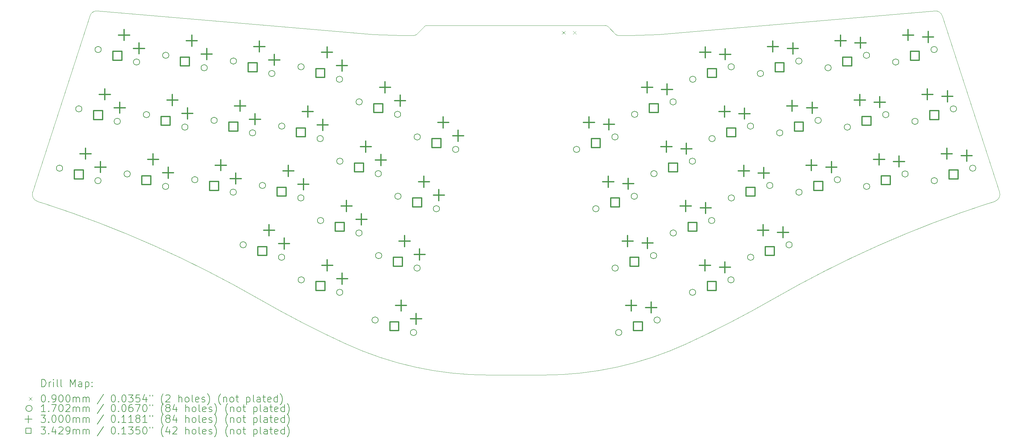
<source format=gbr>
%TF.GenerationSoftware,KiCad,Pcbnew,8.0.4*%
%TF.CreationDate,2024-08-25T14:32:29+07:00*%
%TF.ProjectId,ozprey,6f7a7072-6579-42e6-9b69-6361645f7063,1.0*%
%TF.SameCoordinates,Original*%
%TF.FileFunction,Drillmap*%
%TF.FilePolarity,Positive*%
%FSLAX45Y45*%
G04 Gerber Fmt 4.5, Leading zero omitted, Abs format (unit mm)*
G04 Created by KiCad (PCBNEW 8.0.4) date 2024-08-25 14:32:29*
%MOMM*%
%LPD*%
G01*
G04 APERTURE LIST*
%ADD10C,0.100000*%
%ADD11C,0.200000*%
%ADD12C,0.170180*%
%ADD13C,0.300000*%
%ADD14C,0.342900*%
G04 APERTURE END LIST*
D10*
X10267979Y-11533009D02*
G75*
G02*
X7905499Y-10310885I12267321J26608389D01*
G01*
X3308542Y-2599780D02*
X1748928Y-7400151D01*
X3308542Y-2599780D02*
G75*
G02*
X3515720Y-2462298I190208J-61791D01*
G01*
X21919429Y-10310884D02*
G75*
G02*
X19556950Y-11533008I-14629884J25386414D01*
G01*
X1877339Y-7652162D02*
X2063245Y-7712565D01*
X28076001Y-7400152D02*
X26516387Y-2599780D01*
X17410770Y-2889187D02*
X17626836Y-3105253D01*
X2063245Y-7712565D02*
G75*
G02*
X7905499Y-10310884I-9486547J-29197495D01*
G01*
X21919429Y-10310884D02*
G75*
G02*
X27761683Y-7712565I15328816J-26599216D01*
G01*
X8368784Y-2875453D02*
X3515720Y-2462299D01*
X21456144Y-2875453D02*
X18793878Y-3102100D01*
X14161695Y-12387360D02*
G75*
G02*
X10267979Y-11533008I-5J9299980D01*
G01*
X12197060Y-3105608D02*
G75*
G02*
X12126349Y-3134896I-70720J70738D01*
G01*
X17697547Y-3134542D02*
G75*
G02*
X17626835Y-3105254I-1J100002D01*
G01*
X12126349Y-3134897D02*
X11802965Y-3134897D01*
X26309209Y-2462299D02*
X21456144Y-2875453D01*
X18793878Y-3102100D02*
X18021963Y-3134897D01*
X19556950Y-11533008D02*
G75*
G02*
X15663234Y-12387360I-3893709J8445615D01*
G01*
X12484191Y-2859897D02*
X17340059Y-2859897D01*
X17697547Y-3134542D02*
X18021963Y-3134542D01*
X11802965Y-3134897D02*
X11031050Y-3102099D01*
X12197060Y-3105608D02*
X12413481Y-2889187D01*
X26309209Y-2462299D02*
G75*
G02*
X26516383Y-2599781I16967J-199271D01*
G01*
X27761683Y-7712565D02*
X27947590Y-7652162D01*
X11031050Y-3102099D02*
X8368784Y-2875453D01*
X17340059Y-2859897D02*
G75*
G02*
X17410771Y-2889186I-4J-100013D01*
G01*
X1877339Y-7652162D02*
G75*
G02*
X1748933Y-7400153I61811J190212D01*
G01*
X14161695Y-12387360D02*
X15663234Y-12387360D01*
X28076001Y-7400152D02*
G75*
G02*
X27947588Y-7652157I-190205J-61798D01*
G01*
X12413481Y-2889187D02*
G75*
G02*
X12484191Y-2859900I70699J-70693D01*
G01*
D11*
D10*
X16161550Y-3009780D02*
X16251550Y-3099780D01*
X16251550Y-3009780D02*
X16161550Y-3099780D01*
X16461550Y-3009780D02*
X16551550Y-3099780D01*
X16551550Y-3009780D02*
X16461550Y-3099780D01*
D12*
X2565839Y-6749431D02*
G75*
G02*
X2395659Y-6749431I-85090J0D01*
G01*
X2395659Y-6749431D02*
G75*
G02*
X2565839Y-6749431I85090J0D01*
G01*
X3091169Y-5132631D02*
G75*
G02*
X2920989Y-5132631I-85090J0D01*
G01*
X2920989Y-5132631D02*
G75*
G02*
X3091169Y-5132631I85090J0D01*
G01*
X3612001Y-7089349D02*
G75*
G02*
X3441821Y-7089349I-85090J0D01*
G01*
X3441821Y-7089349D02*
G75*
G02*
X3612001Y-7089349I85090J0D01*
G01*
X3616499Y-3515831D02*
G75*
G02*
X3446319Y-3515831I-85090J0D01*
G01*
X3446319Y-3515831D02*
G75*
G02*
X3616499Y-3515831I85090J0D01*
G01*
X4137331Y-5472549D02*
G75*
G02*
X3967151Y-5472549I-85090J0D01*
G01*
X3967151Y-5472549D02*
G75*
G02*
X4137331Y-5472549I85090J0D01*
G01*
X4407529Y-6906211D02*
G75*
G02*
X4237349Y-6906211I-85090J0D01*
G01*
X4237349Y-6906211D02*
G75*
G02*
X4407529Y-6906211I85090J0D01*
G01*
X4662661Y-3855749D02*
G75*
G02*
X4492481Y-3855749I-85090J0D01*
G01*
X4492481Y-3855749D02*
G75*
G02*
X4662661Y-3855749I85090J0D01*
G01*
X4932859Y-5289421D02*
G75*
G02*
X4762679Y-5289421I-85090J0D01*
G01*
X4762679Y-5289421D02*
G75*
G02*
X4932859Y-5289421I85090J0D01*
G01*
X5453691Y-7246129D02*
G75*
G02*
X5283511Y-7246129I-85090J0D01*
G01*
X5283511Y-7246129D02*
G75*
G02*
X5453691Y-7246129I85090J0D01*
G01*
X5458189Y-3672621D02*
G75*
G02*
X5288009Y-3672621I-85090J0D01*
G01*
X5288009Y-3672621D02*
G75*
G02*
X5458189Y-3672621I85090J0D01*
G01*
X5979021Y-5629339D02*
G75*
G02*
X5808841Y-5629339I-85090J0D01*
G01*
X5808841Y-5629339D02*
G75*
G02*
X5979021Y-5629339I85090J0D01*
G01*
X6249219Y-7063001D02*
G75*
G02*
X6079039Y-7063001I-85090J0D01*
G01*
X6079039Y-7063001D02*
G75*
G02*
X6249219Y-7063001I85090J0D01*
G01*
X6504351Y-4012539D02*
G75*
G02*
X6334171Y-4012539I-85090J0D01*
G01*
X6334171Y-4012539D02*
G75*
G02*
X6504351Y-4012539I85090J0D01*
G01*
X6774549Y-5446201D02*
G75*
G02*
X6604369Y-5446201I-85090J0D01*
G01*
X6604369Y-5446201D02*
G75*
G02*
X6774549Y-5446201I85090J0D01*
G01*
X7295381Y-7402919D02*
G75*
G02*
X7125201Y-7402919I-85090J0D01*
G01*
X7125201Y-7402919D02*
G75*
G02*
X7295381Y-7402919I85090J0D01*
G01*
X7299879Y-3829411D02*
G75*
G02*
X7129699Y-3829411I-85090J0D01*
G01*
X7129699Y-3829411D02*
G75*
G02*
X7299879Y-3829411I85090J0D01*
G01*
X7565579Y-8836581D02*
G75*
G02*
X7395399Y-8836581I-85090J0D01*
G01*
X7395399Y-8836581D02*
G75*
G02*
X7565579Y-8836581I85090J0D01*
G01*
X7820711Y-5786119D02*
G75*
G02*
X7650531Y-5786119I-85090J0D01*
G01*
X7650531Y-5786119D02*
G75*
G02*
X7820711Y-5786119I85090J0D01*
G01*
X8090909Y-7219791D02*
G75*
G02*
X7920729Y-7219791I-85090J0D01*
G01*
X7920729Y-7219791D02*
G75*
G02*
X8090909Y-7219791I85090J0D01*
G01*
X8346041Y-4169329D02*
G75*
G02*
X8175861Y-4169329I-85090J0D01*
G01*
X8175861Y-4169329D02*
G75*
G02*
X8346041Y-4169329I85090J0D01*
G01*
X8611741Y-9176499D02*
G75*
G02*
X8441561Y-9176499I-85090J0D01*
G01*
X8441561Y-9176499D02*
G75*
G02*
X8611741Y-9176499I85090J0D01*
G01*
X8616239Y-5602991D02*
G75*
G02*
X8446059Y-5602991I-85090J0D01*
G01*
X8446059Y-5602991D02*
G75*
G02*
X8616239Y-5602991I85090J0D01*
G01*
X9137071Y-7559709D02*
G75*
G02*
X8966891Y-7559709I-85090J0D01*
G01*
X8966891Y-7559709D02*
G75*
G02*
X9137071Y-7559709I85090J0D01*
G01*
X9141569Y-3986201D02*
G75*
G02*
X8971389Y-3986201I-85090J0D01*
G01*
X8971389Y-3986201D02*
G75*
G02*
X9141569Y-3986201I85090J0D01*
G01*
X9147699Y-9792261D02*
G75*
G02*
X8977519Y-9792261I-85090J0D01*
G01*
X8977519Y-9792261D02*
G75*
G02*
X9147699Y-9792261I85090J0D01*
G01*
X9662401Y-5942909D02*
G75*
G02*
X9492221Y-5942909I-85090J0D01*
G01*
X9492221Y-5942909D02*
G75*
G02*
X9662401Y-5942909I85090J0D01*
G01*
X9673019Y-8175461D02*
G75*
G02*
X9502839Y-8175461I-85090J0D01*
G01*
X9502839Y-8175461D02*
G75*
G02*
X9673019Y-8175461I85090J0D01*
G01*
X10187731Y-4326119D02*
G75*
G02*
X10017551Y-4326119I-85090J0D01*
G01*
X10017551Y-4326119D02*
G75*
G02*
X10187731Y-4326119I85090J0D01*
G01*
X10193861Y-10132179D02*
G75*
G02*
X10023681Y-10132179I-85090J0D01*
G01*
X10023681Y-10132179D02*
G75*
G02*
X10193861Y-10132179I85090J0D01*
G01*
X10198349Y-6558671D02*
G75*
G02*
X10028169Y-6558671I-85090J0D01*
G01*
X10028169Y-6558671D02*
G75*
G02*
X10198349Y-6558671I85090J0D01*
G01*
X10719181Y-8515379D02*
G75*
G02*
X10549001Y-8515379I-85090J0D01*
G01*
X10549001Y-8515379D02*
G75*
G02*
X10719181Y-8515379I85090J0D01*
G01*
X10723679Y-4941871D02*
G75*
G02*
X10553499Y-4941871I-85090J0D01*
G01*
X10553499Y-4941871D02*
G75*
G02*
X10723679Y-4941871I85090J0D01*
G01*
X11157789Y-10886991D02*
G75*
G02*
X10987609Y-10886991I-85090J0D01*
G01*
X10987609Y-10886991D02*
G75*
G02*
X11157789Y-10886991I85090J0D01*
G01*
X11244511Y-6898589D02*
G75*
G02*
X11074331Y-6898589I-85090J0D01*
G01*
X11074331Y-6898589D02*
G75*
G02*
X11244511Y-6898589I85090J0D01*
G01*
X11255139Y-9131141D02*
G75*
G02*
X11084959Y-9131141I-85090J0D01*
G01*
X11084959Y-9131141D02*
G75*
G02*
X11255139Y-9131141I85090J0D01*
G01*
X11769841Y-5281789D02*
G75*
G02*
X11599661Y-5281789I-85090J0D01*
G01*
X11599661Y-5281789D02*
G75*
G02*
X11769841Y-5281789I85090J0D01*
G01*
X11780469Y-7514341D02*
G75*
G02*
X11610289Y-7514341I-85090J0D01*
G01*
X11610289Y-7514341D02*
G75*
G02*
X11780469Y-7514341I85090J0D01*
G01*
X12203951Y-11226909D02*
G75*
G02*
X12033771Y-11226909I-85090J0D01*
G01*
X12033771Y-11226909D02*
G75*
G02*
X12203951Y-11226909I85090J0D01*
G01*
X12301301Y-9471059D02*
G75*
G02*
X12131121Y-9471059I-85090J0D01*
G01*
X12131121Y-9471059D02*
G75*
G02*
X12301301Y-9471059I85090J0D01*
G01*
X12305799Y-5897541D02*
G75*
G02*
X12135619Y-5897541I-85090J0D01*
G01*
X12135619Y-5897541D02*
G75*
G02*
X12305799Y-5897541I85090J0D01*
G01*
X12826631Y-7854259D02*
G75*
G02*
X12656451Y-7854259I-85090J0D01*
G01*
X12656451Y-7854259D02*
G75*
G02*
X12826631Y-7854259I85090J0D01*
G01*
X13351961Y-6237459D02*
G75*
G02*
X13181781Y-6237459I-85090J0D01*
G01*
X13181781Y-6237459D02*
G75*
G02*
X13351961Y-6237459I85090J0D01*
G01*
X16643159Y-6237459D02*
G75*
G02*
X16472979Y-6237459I-85090J0D01*
G01*
X16472979Y-6237459D02*
G75*
G02*
X16643159Y-6237459I85090J0D01*
G01*
X17168489Y-7854259D02*
G75*
G02*
X16998309Y-7854259I-85090J0D01*
G01*
X16998309Y-7854259D02*
G75*
G02*
X17168489Y-7854259I85090J0D01*
G01*
X17689321Y-5897541D02*
G75*
G02*
X17519141Y-5897541I-85090J0D01*
G01*
X17519141Y-5897541D02*
G75*
G02*
X17689321Y-5897541I85090J0D01*
G01*
X17693819Y-9471059D02*
G75*
G02*
X17523639Y-9471059I-85090J0D01*
G01*
X17523639Y-9471059D02*
G75*
G02*
X17693819Y-9471059I85090J0D01*
G01*
X17791169Y-11226909D02*
G75*
G02*
X17620989Y-11226909I-85090J0D01*
G01*
X17620989Y-11226909D02*
G75*
G02*
X17791169Y-11226909I85090J0D01*
G01*
X18214651Y-7514341D02*
G75*
G02*
X18044471Y-7514341I-85090J0D01*
G01*
X18044471Y-7514341D02*
G75*
G02*
X18214651Y-7514341I85090J0D01*
G01*
X18225269Y-5281789D02*
G75*
G02*
X18055089Y-5281789I-85090J0D01*
G01*
X18055089Y-5281789D02*
G75*
G02*
X18225269Y-5281789I85090J0D01*
G01*
X18739981Y-9131141D02*
G75*
G02*
X18569801Y-9131141I-85090J0D01*
G01*
X18569801Y-9131141D02*
G75*
G02*
X18739981Y-9131141I85090J0D01*
G01*
X18750599Y-6898589D02*
G75*
G02*
X18580419Y-6898589I-85090J0D01*
G01*
X18580419Y-6898589D02*
G75*
G02*
X18750599Y-6898589I85090J0D01*
G01*
X18837331Y-10886991D02*
G75*
G02*
X18667151Y-10886991I-85090J0D01*
G01*
X18667151Y-10886991D02*
G75*
G02*
X18837331Y-10886991I85090J0D01*
G01*
X19271431Y-4941871D02*
G75*
G02*
X19101251Y-4941871I-85090J0D01*
G01*
X19101251Y-4941871D02*
G75*
G02*
X19271431Y-4941871I85090J0D01*
G01*
X19275929Y-8515379D02*
G75*
G02*
X19105749Y-8515379I-85090J0D01*
G01*
X19105749Y-8515379D02*
G75*
G02*
X19275929Y-8515379I85090J0D01*
G01*
X19796761Y-6558671D02*
G75*
G02*
X19626581Y-6558671I-85090J0D01*
G01*
X19626581Y-6558671D02*
G75*
G02*
X19796761Y-6558671I85090J0D01*
G01*
X19801259Y-10132179D02*
G75*
G02*
X19631079Y-10132179I-85090J0D01*
G01*
X19631079Y-10132179D02*
G75*
G02*
X19801259Y-10132179I85090J0D01*
G01*
X19807389Y-4326119D02*
G75*
G02*
X19637209Y-4326119I-85090J0D01*
G01*
X19637209Y-4326119D02*
G75*
G02*
X19807389Y-4326119I85090J0D01*
G01*
X20322091Y-8175461D02*
G75*
G02*
X20151911Y-8175461I-85090J0D01*
G01*
X20151911Y-8175461D02*
G75*
G02*
X20322091Y-8175461I85090J0D01*
G01*
X20332719Y-5942909D02*
G75*
G02*
X20162539Y-5942909I-85090J0D01*
G01*
X20162539Y-5942909D02*
G75*
G02*
X20332719Y-5942909I85090J0D01*
G01*
X20847421Y-9792261D02*
G75*
G02*
X20677241Y-9792261I-85090J0D01*
G01*
X20677241Y-9792261D02*
G75*
G02*
X20847421Y-9792261I85090J0D01*
G01*
X20853551Y-3986201D02*
G75*
G02*
X20683371Y-3986201I-85090J0D01*
G01*
X20683371Y-3986201D02*
G75*
G02*
X20853551Y-3986201I85090J0D01*
G01*
X20858039Y-7559709D02*
G75*
G02*
X20687859Y-7559709I-85090J0D01*
G01*
X20687859Y-7559709D02*
G75*
G02*
X20858039Y-7559709I85090J0D01*
G01*
X21378881Y-5602991D02*
G75*
G02*
X21208701Y-5602991I-85090J0D01*
G01*
X21208701Y-5602991D02*
G75*
G02*
X21378881Y-5602991I85090J0D01*
G01*
X21383369Y-9176499D02*
G75*
G02*
X21213189Y-9176499I-85090J0D01*
G01*
X21213189Y-9176499D02*
G75*
G02*
X21383369Y-9176499I85090J0D01*
G01*
X21649079Y-4169329D02*
G75*
G02*
X21478899Y-4169329I-85090J0D01*
G01*
X21478899Y-4169329D02*
G75*
G02*
X21649079Y-4169329I85090J0D01*
G01*
X21904201Y-7219791D02*
G75*
G02*
X21734021Y-7219791I-85090J0D01*
G01*
X21734021Y-7219791D02*
G75*
G02*
X21904201Y-7219791I85090J0D01*
G01*
X22174399Y-5786119D02*
G75*
G02*
X22004219Y-5786119I-85090J0D01*
G01*
X22004219Y-5786119D02*
G75*
G02*
X22174399Y-5786119I85090J0D01*
G01*
X22429531Y-8836581D02*
G75*
G02*
X22259351Y-8836581I-85090J0D01*
G01*
X22259351Y-8836581D02*
G75*
G02*
X22429531Y-8836581I85090J0D01*
G01*
X22695241Y-3829411D02*
G75*
G02*
X22525061Y-3829411I-85090J0D01*
G01*
X22525061Y-3829411D02*
G75*
G02*
X22695241Y-3829411I85090J0D01*
G01*
X22699729Y-7402919D02*
G75*
G02*
X22529549Y-7402919I-85090J0D01*
G01*
X22529549Y-7402919D02*
G75*
G02*
X22699729Y-7402919I85090J0D01*
G01*
X23220561Y-5446201D02*
G75*
G02*
X23050381Y-5446201I-85090J0D01*
G01*
X23050381Y-5446201D02*
G75*
G02*
X23220561Y-5446201I85090J0D01*
G01*
X23490759Y-4012539D02*
G75*
G02*
X23320579Y-4012539I-85090J0D01*
G01*
X23320579Y-4012539D02*
G75*
G02*
X23490759Y-4012539I85090J0D01*
G01*
X23745891Y-7063001D02*
G75*
G02*
X23575711Y-7063001I-85090J0D01*
G01*
X23575711Y-7063001D02*
G75*
G02*
X23745891Y-7063001I85090J0D01*
G01*
X24016089Y-5629339D02*
G75*
G02*
X23845909Y-5629339I-85090J0D01*
G01*
X23845909Y-5629339D02*
G75*
G02*
X24016089Y-5629339I85090J0D01*
G01*
X24536921Y-3672621D02*
G75*
G02*
X24366741Y-3672621I-85090J0D01*
G01*
X24366741Y-3672621D02*
G75*
G02*
X24536921Y-3672621I85090J0D01*
G01*
X24541419Y-7246129D02*
G75*
G02*
X24371239Y-7246129I-85090J0D01*
G01*
X24371239Y-7246129D02*
G75*
G02*
X24541419Y-7246129I85090J0D01*
G01*
X25062251Y-5289421D02*
G75*
G02*
X24892071Y-5289421I-85090J0D01*
G01*
X24892071Y-5289421D02*
G75*
G02*
X25062251Y-5289421I85090J0D01*
G01*
X25332449Y-3855749D02*
G75*
G02*
X25162269Y-3855749I-85090J0D01*
G01*
X25162269Y-3855749D02*
G75*
G02*
X25332449Y-3855749I85090J0D01*
G01*
X25587581Y-6906211D02*
G75*
G02*
X25417401Y-6906211I-85090J0D01*
G01*
X25417401Y-6906211D02*
G75*
G02*
X25587581Y-6906211I85090J0D01*
G01*
X25857779Y-5472549D02*
G75*
G02*
X25687599Y-5472549I-85090J0D01*
G01*
X25687599Y-5472549D02*
G75*
G02*
X25857779Y-5472549I85090J0D01*
G01*
X26378611Y-3515831D02*
G75*
G02*
X26208431Y-3515831I-85090J0D01*
G01*
X26208431Y-3515831D02*
G75*
G02*
X26378611Y-3515831I85090J0D01*
G01*
X26383109Y-7089349D02*
G75*
G02*
X26212929Y-7089349I-85090J0D01*
G01*
X26212929Y-7089349D02*
G75*
G02*
X26383109Y-7089349I85090J0D01*
G01*
X26903941Y-5132631D02*
G75*
G02*
X26733761Y-5132631I-85090J0D01*
G01*
X26733761Y-5132631D02*
G75*
G02*
X26903941Y-5132631I85090J0D01*
G01*
X27429271Y-6749431D02*
G75*
G02*
X27259091Y-6749431I-85090J0D01*
G01*
X27259091Y-6749431D02*
G75*
G02*
X27429271Y-6749431I85090J0D01*
G01*
D13*
X3187695Y-6203511D02*
X3187695Y-6503511D01*
X3037695Y-6353511D02*
X3337695Y-6353511D01*
X3595240Y-6567252D02*
X3595240Y-6867252D01*
X3445240Y-6717252D02*
X3745240Y-6717252D01*
X3713025Y-4586711D02*
X3713025Y-4886711D01*
X3563025Y-4736711D02*
X3863025Y-4736711D01*
X4120570Y-4950452D02*
X4120570Y-5250452D01*
X3970570Y-5100452D02*
X4270570Y-5100452D01*
X4238355Y-2969911D02*
X4238355Y-3269911D01*
X4088355Y-3119911D02*
X4388355Y-3119911D01*
X4645900Y-3333652D02*
X4645900Y-3633652D01*
X4495900Y-3483652D02*
X4795900Y-3483652D01*
X5029385Y-6360291D02*
X5029385Y-6660291D01*
X4879385Y-6510291D02*
X5179385Y-6510291D01*
X5436930Y-6724032D02*
X5436930Y-7024032D01*
X5286930Y-6874032D02*
X5586930Y-6874032D01*
X5554715Y-4743501D02*
X5554715Y-5043501D01*
X5404715Y-4893501D02*
X5704715Y-4893501D01*
X5962260Y-5107242D02*
X5962260Y-5407242D01*
X5812260Y-5257242D02*
X6112260Y-5257242D01*
X6080045Y-3126701D02*
X6080045Y-3426701D01*
X5930045Y-3276701D02*
X6230045Y-3276701D01*
X6487590Y-3490442D02*
X6487590Y-3790442D01*
X6337590Y-3640442D02*
X6637590Y-3640442D01*
X6871075Y-6517081D02*
X6871075Y-6817081D01*
X6721075Y-6667081D02*
X7021075Y-6667081D01*
X7278620Y-6880822D02*
X7278620Y-7180822D01*
X7128620Y-7030822D02*
X7428620Y-7030822D01*
X7396405Y-4900281D02*
X7396405Y-5200281D01*
X7246405Y-5050281D02*
X7546405Y-5050281D01*
X7803950Y-5264022D02*
X7803950Y-5564022D01*
X7653950Y-5414022D02*
X7953950Y-5414022D01*
X7921735Y-3283491D02*
X7921735Y-3583491D01*
X7771735Y-3433491D02*
X8071735Y-3433491D01*
X8187435Y-8290661D02*
X8187435Y-8590661D01*
X8037435Y-8440661D02*
X8337435Y-8440661D01*
X8329280Y-3647232D02*
X8329280Y-3947232D01*
X8179280Y-3797232D02*
X8479280Y-3797232D01*
X8594980Y-8654402D02*
X8594980Y-8954402D01*
X8444980Y-8804402D02*
X8744980Y-8804402D01*
X8712765Y-6673871D02*
X8712765Y-6973871D01*
X8562765Y-6823871D02*
X8862765Y-6823871D01*
X9120310Y-7037612D02*
X9120310Y-7337612D01*
X8970310Y-7187612D02*
X9270310Y-7187612D01*
X9238095Y-5057071D02*
X9238095Y-5357071D01*
X9088095Y-5207071D02*
X9388095Y-5207071D01*
X9645640Y-5420812D02*
X9645640Y-5720812D01*
X9495640Y-5570812D02*
X9795640Y-5570812D01*
X9763425Y-3440281D02*
X9763425Y-3740281D01*
X9613425Y-3590281D02*
X9913425Y-3590281D01*
X9769555Y-9246341D02*
X9769555Y-9546341D01*
X9619555Y-9396341D02*
X9919555Y-9396341D01*
X10170970Y-3804022D02*
X10170970Y-4104022D01*
X10020970Y-3954022D02*
X10320970Y-3954022D01*
X10177100Y-9610082D02*
X10177100Y-9910082D01*
X10027100Y-9760082D02*
X10327100Y-9760082D01*
X10294875Y-7629541D02*
X10294875Y-7929541D01*
X10144875Y-7779541D02*
X10444875Y-7779541D01*
X10702420Y-7993282D02*
X10702420Y-8293282D01*
X10552420Y-8143282D02*
X10852420Y-8143282D01*
X10820205Y-6012751D02*
X10820205Y-6312751D01*
X10670205Y-6162751D02*
X10970205Y-6162751D01*
X11227750Y-6376492D02*
X11227750Y-6676492D01*
X11077750Y-6526492D02*
X11377750Y-6526492D01*
X11345535Y-4395951D02*
X11345535Y-4695951D01*
X11195535Y-4545951D02*
X11495535Y-4545951D01*
X11753080Y-4759692D02*
X11753080Y-5059692D01*
X11603080Y-4909692D02*
X11903080Y-4909692D01*
X11779645Y-10341071D02*
X11779645Y-10641071D01*
X11629645Y-10491071D02*
X11929645Y-10491071D01*
X11876995Y-8585221D02*
X11876995Y-8885221D01*
X11726995Y-8735221D02*
X12026995Y-8735221D01*
X12187190Y-10704812D02*
X12187190Y-11004812D01*
X12037190Y-10854812D02*
X12337190Y-10854812D01*
X12284540Y-8948962D02*
X12284540Y-9248962D01*
X12134540Y-9098962D02*
X12434540Y-9098962D01*
X12402325Y-6968421D02*
X12402325Y-7268421D01*
X12252325Y-7118421D02*
X12552325Y-7118421D01*
X12809870Y-7332162D02*
X12809870Y-7632162D01*
X12659870Y-7482162D02*
X12959870Y-7482162D01*
X12927655Y-5351621D02*
X12927655Y-5651621D01*
X12777655Y-5501621D02*
X13077655Y-5501621D01*
X13335200Y-5715362D02*
X13335200Y-6015362D01*
X13185200Y-5865362D02*
X13485200Y-5865362D01*
X16897285Y-5351621D02*
X16897285Y-5651621D01*
X16747285Y-5501621D02*
X17047285Y-5501621D01*
X17422615Y-6968421D02*
X17422615Y-7268421D01*
X17272615Y-7118421D02*
X17572615Y-7118421D01*
X17440797Y-5406345D02*
X17440797Y-5706345D01*
X17290797Y-5556345D02*
X17590797Y-5556345D01*
X17947945Y-8585221D02*
X17947945Y-8885221D01*
X17797945Y-8735221D02*
X18097945Y-8735221D01*
X17966127Y-7023145D02*
X17966127Y-7323145D01*
X17816127Y-7173145D02*
X18116127Y-7173145D01*
X18045295Y-10341071D02*
X18045295Y-10641071D01*
X17895295Y-10491071D02*
X18195295Y-10491071D01*
X18479395Y-4395951D02*
X18479395Y-4695951D01*
X18329395Y-4545951D02*
X18629395Y-4545951D01*
X18491457Y-8639945D02*
X18491457Y-8939945D01*
X18341457Y-8789945D02*
X18641457Y-8789945D01*
X18588807Y-10395795D02*
X18588807Y-10695795D01*
X18438807Y-10545795D02*
X18738807Y-10545795D01*
X19004725Y-6012751D02*
X19004725Y-6312751D01*
X18854725Y-6162751D02*
X19154725Y-6162751D01*
X19022907Y-4450675D02*
X19022907Y-4750675D01*
X18872907Y-4600675D02*
X19172907Y-4600675D01*
X19530055Y-7629541D02*
X19530055Y-7929541D01*
X19380055Y-7779541D02*
X19680055Y-7779541D01*
X19548237Y-6067475D02*
X19548237Y-6367475D01*
X19398237Y-6217475D02*
X19698237Y-6217475D01*
X20055385Y-9246341D02*
X20055385Y-9546341D01*
X19905385Y-9396341D02*
X20205385Y-9396341D01*
X20061515Y-3440281D02*
X20061515Y-3740281D01*
X19911515Y-3590281D02*
X20211515Y-3590281D01*
X20073567Y-7684265D02*
X20073567Y-7984265D01*
X19923567Y-7834265D02*
X20223567Y-7834265D01*
X20586845Y-5057071D02*
X20586845Y-5357071D01*
X20436845Y-5207071D02*
X20736845Y-5207071D01*
X20598897Y-9301065D02*
X20598897Y-9601065D01*
X20448897Y-9451065D02*
X20748897Y-9451065D01*
X20605027Y-3495005D02*
X20605027Y-3795005D01*
X20455027Y-3645005D02*
X20755027Y-3645005D01*
X21112165Y-6673871D02*
X21112165Y-6973871D01*
X20962165Y-6823871D02*
X21262165Y-6823871D01*
X21130357Y-5111795D02*
X21130357Y-5411795D01*
X20980357Y-5261795D02*
X21280357Y-5261795D01*
X21637495Y-8290661D02*
X21637495Y-8590661D01*
X21487495Y-8440661D02*
X21787495Y-8440661D01*
X21655677Y-6728595D02*
X21655677Y-7028595D01*
X21505677Y-6878595D02*
X21805677Y-6878595D01*
X21903205Y-3283491D02*
X21903205Y-3583491D01*
X21753205Y-3433491D02*
X22053205Y-3433491D01*
X22181007Y-8345385D02*
X22181007Y-8645385D01*
X22031007Y-8495385D02*
X22331007Y-8495385D01*
X22428525Y-4900281D02*
X22428525Y-5200281D01*
X22278525Y-5050281D02*
X22578525Y-5050281D01*
X22446717Y-3338215D02*
X22446717Y-3638215D01*
X22296717Y-3488215D02*
X22596717Y-3488215D01*
X22953855Y-6517081D02*
X22953855Y-6817081D01*
X22803855Y-6667081D02*
X23103855Y-6667081D01*
X22972037Y-4955005D02*
X22972037Y-5255005D01*
X22822037Y-5105005D02*
X23122037Y-5105005D01*
X23497367Y-6571805D02*
X23497367Y-6871805D01*
X23347367Y-6721805D02*
X23647367Y-6721805D01*
X23744885Y-3126701D02*
X23744885Y-3426701D01*
X23594885Y-3276701D02*
X23894885Y-3276701D01*
X24270215Y-4743501D02*
X24270215Y-5043501D01*
X24120215Y-4893501D02*
X24420215Y-4893501D01*
X24288397Y-3181425D02*
X24288397Y-3481425D01*
X24138397Y-3331425D02*
X24438397Y-3331425D01*
X24795545Y-6360291D02*
X24795545Y-6660291D01*
X24645545Y-6510291D02*
X24945545Y-6510291D01*
X24813727Y-4798225D02*
X24813727Y-5098225D01*
X24663727Y-4948225D02*
X24963727Y-4948225D01*
X25339057Y-6415015D02*
X25339057Y-6715015D01*
X25189057Y-6565015D02*
X25489057Y-6565015D01*
X25586575Y-2969911D02*
X25586575Y-3269911D01*
X25436575Y-3119911D02*
X25736575Y-3119911D01*
X26111905Y-4586711D02*
X26111905Y-4886711D01*
X25961905Y-4736711D02*
X26261905Y-4736711D01*
X26130087Y-3024635D02*
X26130087Y-3324635D01*
X25980087Y-3174635D02*
X26280087Y-3174635D01*
X26637235Y-6203511D02*
X26637235Y-6503511D01*
X26487235Y-6353511D02*
X26787235Y-6353511D01*
X26655417Y-4641435D02*
X26655417Y-4941435D01*
X26505417Y-4791435D02*
X26805417Y-4791435D01*
X27180747Y-6258235D02*
X27180747Y-6558235D01*
X27030747Y-6408235D02*
X27330747Y-6408235D01*
D14*
X3125065Y-7040625D02*
X3125065Y-6798155D01*
X2882595Y-6798155D01*
X2882595Y-7040625D01*
X3125065Y-7040625D01*
X3650395Y-5423825D02*
X3650395Y-5181355D01*
X3407925Y-5181355D01*
X3407925Y-5423825D01*
X3650395Y-5423825D01*
X4175725Y-3807025D02*
X4175725Y-3564555D01*
X3933255Y-3564555D01*
X3933255Y-3807025D01*
X4175725Y-3807025D01*
X4966755Y-7197405D02*
X4966755Y-6954935D01*
X4724285Y-6954935D01*
X4724285Y-7197405D01*
X4966755Y-7197405D01*
X5492085Y-5580615D02*
X5492085Y-5338145D01*
X5249615Y-5338145D01*
X5249615Y-5580615D01*
X5492085Y-5580615D01*
X6017415Y-3963815D02*
X6017415Y-3721345D01*
X5774945Y-3721345D01*
X5774945Y-3963815D01*
X6017415Y-3963815D01*
X6808445Y-7354195D02*
X6808445Y-7111725D01*
X6565975Y-7111725D01*
X6565975Y-7354195D01*
X6808445Y-7354195D01*
X7333775Y-5737395D02*
X7333775Y-5494925D01*
X7091305Y-5494925D01*
X7091305Y-5737395D01*
X7333775Y-5737395D01*
X7859105Y-4120605D02*
X7859105Y-3878135D01*
X7616635Y-3878135D01*
X7616635Y-4120605D01*
X7859105Y-4120605D01*
X8124805Y-9127775D02*
X8124805Y-8885305D01*
X7882335Y-8885305D01*
X7882335Y-9127775D01*
X8124805Y-9127775D01*
X8650135Y-7510985D02*
X8650135Y-7268515D01*
X8407665Y-7268515D01*
X8407665Y-7510985D01*
X8650135Y-7510985D01*
X9175465Y-5894185D02*
X9175465Y-5651715D01*
X8932995Y-5651715D01*
X8932995Y-5894185D01*
X9175465Y-5894185D01*
X9700795Y-4277395D02*
X9700795Y-4034925D01*
X9458325Y-4034925D01*
X9458325Y-4277395D01*
X9700795Y-4277395D01*
X9706925Y-10083455D02*
X9706925Y-9840985D01*
X9464455Y-9840985D01*
X9464455Y-10083455D01*
X9706925Y-10083455D01*
X10232245Y-8466655D02*
X10232245Y-8224185D01*
X9989775Y-8224185D01*
X9989775Y-8466655D01*
X10232245Y-8466655D01*
X10757575Y-6849865D02*
X10757575Y-6607395D01*
X10515105Y-6607395D01*
X10515105Y-6849865D01*
X10757575Y-6849865D01*
X11282905Y-5233065D02*
X11282905Y-4990595D01*
X11040435Y-4990595D01*
X11040435Y-5233065D01*
X11282905Y-5233065D01*
X11717015Y-11178185D02*
X11717015Y-10935715D01*
X11474545Y-10935715D01*
X11474545Y-11178185D01*
X11717015Y-11178185D01*
X11814365Y-9422335D02*
X11814365Y-9179865D01*
X11571895Y-9179865D01*
X11571895Y-9422335D01*
X11814365Y-9422335D01*
X12339695Y-7805535D02*
X12339695Y-7563065D01*
X12097225Y-7563065D01*
X12097225Y-7805535D01*
X12339695Y-7805535D01*
X12865025Y-6188735D02*
X12865025Y-5946265D01*
X12622555Y-5946265D01*
X12622555Y-6188735D01*
X12865025Y-6188735D01*
X17202385Y-6188735D02*
X17202385Y-5946265D01*
X16959915Y-5946265D01*
X16959915Y-6188735D01*
X17202385Y-6188735D01*
X17727715Y-7805535D02*
X17727715Y-7563065D01*
X17485245Y-7563065D01*
X17485245Y-7805535D01*
X17727715Y-7805535D01*
X18253045Y-9422335D02*
X18253045Y-9179865D01*
X18010575Y-9179865D01*
X18010575Y-9422335D01*
X18253045Y-9422335D01*
X18350395Y-11178185D02*
X18350395Y-10935715D01*
X18107925Y-10935715D01*
X18107925Y-11178185D01*
X18350395Y-11178185D01*
X18784495Y-5233065D02*
X18784495Y-4990595D01*
X18542025Y-4990595D01*
X18542025Y-5233065D01*
X18784495Y-5233065D01*
X19309825Y-6849865D02*
X19309825Y-6607395D01*
X19067355Y-6607395D01*
X19067355Y-6849865D01*
X19309825Y-6849865D01*
X19835155Y-8466655D02*
X19835155Y-8224185D01*
X19592685Y-8224185D01*
X19592685Y-8466655D01*
X19835155Y-8466655D01*
X20360485Y-10083455D02*
X20360485Y-9840985D01*
X20118015Y-9840985D01*
X20118015Y-10083455D01*
X20360485Y-10083455D01*
X20366615Y-4277395D02*
X20366615Y-4034925D01*
X20124145Y-4034925D01*
X20124145Y-4277395D01*
X20366615Y-4277395D01*
X20891945Y-5894185D02*
X20891945Y-5651715D01*
X20649475Y-5651715D01*
X20649475Y-5894185D01*
X20891945Y-5894185D01*
X21417265Y-7510985D02*
X21417265Y-7268515D01*
X21174795Y-7268515D01*
X21174795Y-7510985D01*
X21417265Y-7510985D01*
X21942595Y-9127775D02*
X21942595Y-8885305D01*
X21700125Y-8885305D01*
X21700125Y-9127775D01*
X21942595Y-9127775D01*
X22208305Y-4120605D02*
X22208305Y-3878135D01*
X21965835Y-3878135D01*
X21965835Y-4120605D01*
X22208305Y-4120605D01*
X22733625Y-5737395D02*
X22733625Y-5494925D01*
X22491155Y-5494925D01*
X22491155Y-5737395D01*
X22733625Y-5737395D01*
X23258955Y-7354195D02*
X23258955Y-7111725D01*
X23016485Y-7111725D01*
X23016485Y-7354195D01*
X23258955Y-7354195D01*
X24049985Y-3963815D02*
X24049985Y-3721345D01*
X23807515Y-3721345D01*
X23807515Y-3963815D01*
X24049985Y-3963815D01*
X24575315Y-5580615D02*
X24575315Y-5338145D01*
X24332845Y-5338145D01*
X24332845Y-5580615D01*
X24575315Y-5580615D01*
X25100645Y-7197405D02*
X25100645Y-6954935D01*
X24858175Y-6954935D01*
X24858175Y-7197405D01*
X25100645Y-7197405D01*
X25891675Y-3807025D02*
X25891675Y-3564555D01*
X25649205Y-3564555D01*
X25649205Y-3807025D01*
X25891675Y-3807025D01*
X26417005Y-5423825D02*
X26417005Y-5181355D01*
X26174535Y-5181355D01*
X26174535Y-5423825D01*
X26417005Y-5423825D01*
X26942335Y-7040625D02*
X26942335Y-6798155D01*
X26699865Y-6798155D01*
X26699865Y-7040625D01*
X26942335Y-7040625D01*
D11*
X1994923Y-12703844D02*
X1994923Y-12503844D01*
X1994923Y-12503844D02*
X2042542Y-12503844D01*
X2042542Y-12503844D02*
X2071114Y-12513368D01*
X2071114Y-12513368D02*
X2090161Y-12532415D01*
X2090161Y-12532415D02*
X2099685Y-12551463D01*
X2099685Y-12551463D02*
X2109209Y-12589558D01*
X2109209Y-12589558D02*
X2109209Y-12618129D01*
X2109209Y-12618129D02*
X2099685Y-12656225D01*
X2099685Y-12656225D02*
X2090161Y-12675272D01*
X2090161Y-12675272D02*
X2071114Y-12694320D01*
X2071114Y-12694320D02*
X2042542Y-12703844D01*
X2042542Y-12703844D02*
X1994923Y-12703844D01*
X2194923Y-12703844D02*
X2194923Y-12570510D01*
X2194923Y-12608606D02*
X2204447Y-12589558D01*
X2204447Y-12589558D02*
X2213971Y-12580034D01*
X2213971Y-12580034D02*
X2233019Y-12570510D01*
X2233019Y-12570510D02*
X2252066Y-12570510D01*
X2318733Y-12703844D02*
X2318733Y-12570510D01*
X2318733Y-12503844D02*
X2309209Y-12513368D01*
X2309209Y-12513368D02*
X2318733Y-12522891D01*
X2318733Y-12522891D02*
X2328257Y-12513368D01*
X2328257Y-12513368D02*
X2318733Y-12503844D01*
X2318733Y-12503844D02*
X2318733Y-12522891D01*
X2442542Y-12703844D02*
X2423495Y-12694320D01*
X2423495Y-12694320D02*
X2413971Y-12675272D01*
X2413971Y-12675272D02*
X2413971Y-12503844D01*
X2547304Y-12703844D02*
X2528257Y-12694320D01*
X2528257Y-12694320D02*
X2518733Y-12675272D01*
X2518733Y-12675272D02*
X2518733Y-12503844D01*
X2775876Y-12703844D02*
X2775876Y-12503844D01*
X2775876Y-12503844D02*
X2842542Y-12646701D01*
X2842542Y-12646701D02*
X2909209Y-12503844D01*
X2909209Y-12503844D02*
X2909209Y-12703844D01*
X3090161Y-12703844D02*
X3090161Y-12599082D01*
X3090161Y-12599082D02*
X3080638Y-12580034D01*
X3080638Y-12580034D02*
X3061590Y-12570510D01*
X3061590Y-12570510D02*
X3023495Y-12570510D01*
X3023495Y-12570510D02*
X3004447Y-12580034D01*
X3090161Y-12694320D02*
X3071114Y-12703844D01*
X3071114Y-12703844D02*
X3023495Y-12703844D01*
X3023495Y-12703844D02*
X3004447Y-12694320D01*
X3004447Y-12694320D02*
X2994923Y-12675272D01*
X2994923Y-12675272D02*
X2994923Y-12656225D01*
X2994923Y-12656225D02*
X3004447Y-12637177D01*
X3004447Y-12637177D02*
X3023495Y-12627653D01*
X3023495Y-12627653D02*
X3071114Y-12627653D01*
X3071114Y-12627653D02*
X3090161Y-12618129D01*
X3185400Y-12570510D02*
X3185400Y-12770510D01*
X3185400Y-12580034D02*
X3204447Y-12570510D01*
X3204447Y-12570510D02*
X3242542Y-12570510D01*
X3242542Y-12570510D02*
X3261590Y-12580034D01*
X3261590Y-12580034D02*
X3271114Y-12589558D01*
X3271114Y-12589558D02*
X3280638Y-12608606D01*
X3280638Y-12608606D02*
X3280638Y-12665748D01*
X3280638Y-12665748D02*
X3271114Y-12684796D01*
X3271114Y-12684796D02*
X3261590Y-12694320D01*
X3261590Y-12694320D02*
X3242542Y-12703844D01*
X3242542Y-12703844D02*
X3204447Y-12703844D01*
X3204447Y-12703844D02*
X3185400Y-12694320D01*
X3366352Y-12684796D02*
X3375876Y-12694320D01*
X3375876Y-12694320D02*
X3366352Y-12703844D01*
X3366352Y-12703844D02*
X3356828Y-12694320D01*
X3356828Y-12694320D02*
X3366352Y-12684796D01*
X3366352Y-12684796D02*
X3366352Y-12703844D01*
X3366352Y-12580034D02*
X3375876Y-12589558D01*
X3375876Y-12589558D02*
X3366352Y-12599082D01*
X3366352Y-12599082D02*
X3356828Y-12589558D01*
X3356828Y-12589558D02*
X3366352Y-12580034D01*
X3366352Y-12580034D02*
X3366352Y-12599082D01*
D10*
X1644147Y-12987360D02*
X1734147Y-13077360D01*
X1734147Y-12987360D02*
X1644147Y-13077360D01*
D11*
X2033019Y-12923844D02*
X2052066Y-12923844D01*
X2052066Y-12923844D02*
X2071114Y-12933368D01*
X2071114Y-12933368D02*
X2080638Y-12942891D01*
X2080638Y-12942891D02*
X2090161Y-12961939D01*
X2090161Y-12961939D02*
X2099685Y-13000034D01*
X2099685Y-13000034D02*
X2099685Y-13047653D01*
X2099685Y-13047653D02*
X2090161Y-13085748D01*
X2090161Y-13085748D02*
X2080638Y-13104796D01*
X2080638Y-13104796D02*
X2071114Y-13114320D01*
X2071114Y-13114320D02*
X2052066Y-13123844D01*
X2052066Y-13123844D02*
X2033019Y-13123844D01*
X2033019Y-13123844D02*
X2013971Y-13114320D01*
X2013971Y-13114320D02*
X2004447Y-13104796D01*
X2004447Y-13104796D02*
X1994923Y-13085748D01*
X1994923Y-13085748D02*
X1985400Y-13047653D01*
X1985400Y-13047653D02*
X1985400Y-13000034D01*
X1985400Y-13000034D02*
X1994923Y-12961939D01*
X1994923Y-12961939D02*
X2004447Y-12942891D01*
X2004447Y-12942891D02*
X2013971Y-12933368D01*
X2013971Y-12933368D02*
X2033019Y-12923844D01*
X2185400Y-13104796D02*
X2194923Y-13114320D01*
X2194923Y-13114320D02*
X2185400Y-13123844D01*
X2185400Y-13123844D02*
X2175876Y-13114320D01*
X2175876Y-13114320D02*
X2185400Y-13104796D01*
X2185400Y-13104796D02*
X2185400Y-13123844D01*
X2290162Y-13123844D02*
X2328257Y-13123844D01*
X2328257Y-13123844D02*
X2347304Y-13114320D01*
X2347304Y-13114320D02*
X2356828Y-13104796D01*
X2356828Y-13104796D02*
X2375876Y-13076225D01*
X2375876Y-13076225D02*
X2385400Y-13038129D01*
X2385400Y-13038129D02*
X2385400Y-12961939D01*
X2385400Y-12961939D02*
X2375876Y-12942891D01*
X2375876Y-12942891D02*
X2366352Y-12933368D01*
X2366352Y-12933368D02*
X2347304Y-12923844D01*
X2347304Y-12923844D02*
X2309209Y-12923844D01*
X2309209Y-12923844D02*
X2290162Y-12933368D01*
X2290162Y-12933368D02*
X2280638Y-12942891D01*
X2280638Y-12942891D02*
X2271114Y-12961939D01*
X2271114Y-12961939D02*
X2271114Y-13009558D01*
X2271114Y-13009558D02*
X2280638Y-13028606D01*
X2280638Y-13028606D02*
X2290162Y-13038129D01*
X2290162Y-13038129D02*
X2309209Y-13047653D01*
X2309209Y-13047653D02*
X2347304Y-13047653D01*
X2347304Y-13047653D02*
X2366352Y-13038129D01*
X2366352Y-13038129D02*
X2375876Y-13028606D01*
X2375876Y-13028606D02*
X2385400Y-13009558D01*
X2509209Y-12923844D02*
X2528257Y-12923844D01*
X2528257Y-12923844D02*
X2547304Y-12933368D01*
X2547304Y-12933368D02*
X2556828Y-12942891D01*
X2556828Y-12942891D02*
X2566352Y-12961939D01*
X2566352Y-12961939D02*
X2575876Y-13000034D01*
X2575876Y-13000034D02*
X2575876Y-13047653D01*
X2575876Y-13047653D02*
X2566352Y-13085748D01*
X2566352Y-13085748D02*
X2556828Y-13104796D01*
X2556828Y-13104796D02*
X2547304Y-13114320D01*
X2547304Y-13114320D02*
X2528257Y-13123844D01*
X2528257Y-13123844D02*
X2509209Y-13123844D01*
X2509209Y-13123844D02*
X2490162Y-13114320D01*
X2490162Y-13114320D02*
X2480638Y-13104796D01*
X2480638Y-13104796D02*
X2471114Y-13085748D01*
X2471114Y-13085748D02*
X2461590Y-13047653D01*
X2461590Y-13047653D02*
X2461590Y-13000034D01*
X2461590Y-13000034D02*
X2471114Y-12961939D01*
X2471114Y-12961939D02*
X2480638Y-12942891D01*
X2480638Y-12942891D02*
X2490162Y-12933368D01*
X2490162Y-12933368D02*
X2509209Y-12923844D01*
X2699685Y-12923844D02*
X2718733Y-12923844D01*
X2718733Y-12923844D02*
X2737781Y-12933368D01*
X2737781Y-12933368D02*
X2747304Y-12942891D01*
X2747304Y-12942891D02*
X2756828Y-12961939D01*
X2756828Y-12961939D02*
X2766352Y-13000034D01*
X2766352Y-13000034D02*
X2766352Y-13047653D01*
X2766352Y-13047653D02*
X2756828Y-13085748D01*
X2756828Y-13085748D02*
X2747304Y-13104796D01*
X2747304Y-13104796D02*
X2737781Y-13114320D01*
X2737781Y-13114320D02*
X2718733Y-13123844D01*
X2718733Y-13123844D02*
X2699685Y-13123844D01*
X2699685Y-13123844D02*
X2680638Y-13114320D01*
X2680638Y-13114320D02*
X2671114Y-13104796D01*
X2671114Y-13104796D02*
X2661590Y-13085748D01*
X2661590Y-13085748D02*
X2652066Y-13047653D01*
X2652066Y-13047653D02*
X2652066Y-13000034D01*
X2652066Y-13000034D02*
X2661590Y-12961939D01*
X2661590Y-12961939D02*
X2671114Y-12942891D01*
X2671114Y-12942891D02*
X2680638Y-12933368D01*
X2680638Y-12933368D02*
X2699685Y-12923844D01*
X2852066Y-13123844D02*
X2852066Y-12990510D01*
X2852066Y-13009558D02*
X2861590Y-13000034D01*
X2861590Y-13000034D02*
X2880638Y-12990510D01*
X2880638Y-12990510D02*
X2909209Y-12990510D01*
X2909209Y-12990510D02*
X2928257Y-13000034D01*
X2928257Y-13000034D02*
X2937781Y-13019082D01*
X2937781Y-13019082D02*
X2937781Y-13123844D01*
X2937781Y-13019082D02*
X2947304Y-13000034D01*
X2947304Y-13000034D02*
X2966352Y-12990510D01*
X2966352Y-12990510D02*
X2994923Y-12990510D01*
X2994923Y-12990510D02*
X3013971Y-13000034D01*
X3013971Y-13000034D02*
X3023495Y-13019082D01*
X3023495Y-13019082D02*
X3023495Y-13123844D01*
X3118733Y-13123844D02*
X3118733Y-12990510D01*
X3118733Y-13009558D02*
X3128257Y-13000034D01*
X3128257Y-13000034D02*
X3147304Y-12990510D01*
X3147304Y-12990510D02*
X3175876Y-12990510D01*
X3175876Y-12990510D02*
X3194923Y-13000034D01*
X3194923Y-13000034D02*
X3204447Y-13019082D01*
X3204447Y-13019082D02*
X3204447Y-13123844D01*
X3204447Y-13019082D02*
X3213971Y-13000034D01*
X3213971Y-13000034D02*
X3233019Y-12990510D01*
X3233019Y-12990510D02*
X3261590Y-12990510D01*
X3261590Y-12990510D02*
X3280638Y-13000034D01*
X3280638Y-13000034D02*
X3290162Y-13019082D01*
X3290162Y-13019082D02*
X3290162Y-13123844D01*
X3680638Y-12914320D02*
X3509209Y-13171463D01*
X3937781Y-12923844D02*
X3956828Y-12923844D01*
X3956828Y-12923844D02*
X3975876Y-12933368D01*
X3975876Y-12933368D02*
X3985400Y-12942891D01*
X3985400Y-12942891D02*
X3994924Y-12961939D01*
X3994924Y-12961939D02*
X4004447Y-13000034D01*
X4004447Y-13000034D02*
X4004447Y-13047653D01*
X4004447Y-13047653D02*
X3994924Y-13085748D01*
X3994924Y-13085748D02*
X3985400Y-13104796D01*
X3985400Y-13104796D02*
X3975876Y-13114320D01*
X3975876Y-13114320D02*
X3956828Y-13123844D01*
X3956828Y-13123844D02*
X3937781Y-13123844D01*
X3937781Y-13123844D02*
X3918733Y-13114320D01*
X3918733Y-13114320D02*
X3909209Y-13104796D01*
X3909209Y-13104796D02*
X3899685Y-13085748D01*
X3899685Y-13085748D02*
X3890162Y-13047653D01*
X3890162Y-13047653D02*
X3890162Y-13000034D01*
X3890162Y-13000034D02*
X3899685Y-12961939D01*
X3899685Y-12961939D02*
X3909209Y-12942891D01*
X3909209Y-12942891D02*
X3918733Y-12933368D01*
X3918733Y-12933368D02*
X3937781Y-12923844D01*
X4090162Y-13104796D02*
X4099685Y-13114320D01*
X4099685Y-13114320D02*
X4090162Y-13123844D01*
X4090162Y-13123844D02*
X4080638Y-13114320D01*
X4080638Y-13114320D02*
X4090162Y-13104796D01*
X4090162Y-13104796D02*
X4090162Y-13123844D01*
X4223495Y-12923844D02*
X4242543Y-12923844D01*
X4242543Y-12923844D02*
X4261590Y-12933368D01*
X4261590Y-12933368D02*
X4271114Y-12942891D01*
X4271114Y-12942891D02*
X4280638Y-12961939D01*
X4280638Y-12961939D02*
X4290162Y-13000034D01*
X4290162Y-13000034D02*
X4290162Y-13047653D01*
X4290162Y-13047653D02*
X4280638Y-13085748D01*
X4280638Y-13085748D02*
X4271114Y-13104796D01*
X4271114Y-13104796D02*
X4261590Y-13114320D01*
X4261590Y-13114320D02*
X4242543Y-13123844D01*
X4242543Y-13123844D02*
X4223495Y-13123844D01*
X4223495Y-13123844D02*
X4204447Y-13114320D01*
X4204447Y-13114320D02*
X4194924Y-13104796D01*
X4194924Y-13104796D02*
X4185400Y-13085748D01*
X4185400Y-13085748D02*
X4175876Y-13047653D01*
X4175876Y-13047653D02*
X4175876Y-13000034D01*
X4175876Y-13000034D02*
X4185400Y-12961939D01*
X4185400Y-12961939D02*
X4194924Y-12942891D01*
X4194924Y-12942891D02*
X4204447Y-12933368D01*
X4204447Y-12933368D02*
X4223495Y-12923844D01*
X4356828Y-12923844D02*
X4480638Y-12923844D01*
X4480638Y-12923844D02*
X4413971Y-13000034D01*
X4413971Y-13000034D02*
X4442543Y-13000034D01*
X4442543Y-13000034D02*
X4461590Y-13009558D01*
X4461590Y-13009558D02*
X4471114Y-13019082D01*
X4471114Y-13019082D02*
X4480638Y-13038129D01*
X4480638Y-13038129D02*
X4480638Y-13085748D01*
X4480638Y-13085748D02*
X4471114Y-13104796D01*
X4471114Y-13104796D02*
X4461590Y-13114320D01*
X4461590Y-13114320D02*
X4442543Y-13123844D01*
X4442543Y-13123844D02*
X4385400Y-13123844D01*
X4385400Y-13123844D02*
X4366352Y-13114320D01*
X4366352Y-13114320D02*
X4356828Y-13104796D01*
X4661590Y-12923844D02*
X4566352Y-12923844D01*
X4566352Y-12923844D02*
X4556828Y-13019082D01*
X4556828Y-13019082D02*
X4566352Y-13009558D01*
X4566352Y-13009558D02*
X4585400Y-13000034D01*
X4585400Y-13000034D02*
X4633019Y-13000034D01*
X4633019Y-13000034D02*
X4652067Y-13009558D01*
X4652067Y-13009558D02*
X4661590Y-13019082D01*
X4661590Y-13019082D02*
X4671114Y-13038129D01*
X4671114Y-13038129D02*
X4671114Y-13085748D01*
X4671114Y-13085748D02*
X4661590Y-13104796D01*
X4661590Y-13104796D02*
X4652067Y-13114320D01*
X4652067Y-13114320D02*
X4633019Y-13123844D01*
X4633019Y-13123844D02*
X4585400Y-13123844D01*
X4585400Y-13123844D02*
X4566352Y-13114320D01*
X4566352Y-13114320D02*
X4556828Y-13104796D01*
X4842543Y-12990510D02*
X4842543Y-13123844D01*
X4794924Y-12914320D02*
X4747305Y-13057177D01*
X4747305Y-13057177D02*
X4871114Y-13057177D01*
X4937781Y-12923844D02*
X4937781Y-12961939D01*
X5013971Y-12923844D02*
X5013971Y-12961939D01*
X5309210Y-13200034D02*
X5299686Y-13190510D01*
X5299686Y-13190510D02*
X5280638Y-13161939D01*
X5280638Y-13161939D02*
X5271114Y-13142891D01*
X5271114Y-13142891D02*
X5261590Y-13114320D01*
X5261590Y-13114320D02*
X5252067Y-13066701D01*
X5252067Y-13066701D02*
X5252067Y-13028606D01*
X5252067Y-13028606D02*
X5261590Y-12980987D01*
X5261590Y-12980987D02*
X5271114Y-12952415D01*
X5271114Y-12952415D02*
X5280638Y-12933368D01*
X5280638Y-12933368D02*
X5299686Y-12904796D01*
X5299686Y-12904796D02*
X5309210Y-12895272D01*
X5375876Y-12942891D02*
X5385400Y-12933368D01*
X5385400Y-12933368D02*
X5404448Y-12923844D01*
X5404448Y-12923844D02*
X5452067Y-12923844D01*
X5452067Y-12923844D02*
X5471114Y-12933368D01*
X5471114Y-12933368D02*
X5480638Y-12942891D01*
X5480638Y-12942891D02*
X5490162Y-12961939D01*
X5490162Y-12961939D02*
X5490162Y-12980987D01*
X5490162Y-12980987D02*
X5480638Y-13009558D01*
X5480638Y-13009558D02*
X5366352Y-13123844D01*
X5366352Y-13123844D02*
X5490162Y-13123844D01*
X5728257Y-13123844D02*
X5728257Y-12923844D01*
X5813971Y-13123844D02*
X5813971Y-13019082D01*
X5813971Y-13019082D02*
X5804448Y-13000034D01*
X5804448Y-13000034D02*
X5785400Y-12990510D01*
X5785400Y-12990510D02*
X5756828Y-12990510D01*
X5756828Y-12990510D02*
X5737781Y-13000034D01*
X5737781Y-13000034D02*
X5728257Y-13009558D01*
X5937781Y-13123844D02*
X5918733Y-13114320D01*
X5918733Y-13114320D02*
X5909209Y-13104796D01*
X5909209Y-13104796D02*
X5899686Y-13085748D01*
X5899686Y-13085748D02*
X5899686Y-13028606D01*
X5899686Y-13028606D02*
X5909209Y-13009558D01*
X5909209Y-13009558D02*
X5918733Y-13000034D01*
X5918733Y-13000034D02*
X5937781Y-12990510D01*
X5937781Y-12990510D02*
X5966352Y-12990510D01*
X5966352Y-12990510D02*
X5985400Y-13000034D01*
X5985400Y-13000034D02*
X5994924Y-13009558D01*
X5994924Y-13009558D02*
X6004448Y-13028606D01*
X6004448Y-13028606D02*
X6004448Y-13085748D01*
X6004448Y-13085748D02*
X5994924Y-13104796D01*
X5994924Y-13104796D02*
X5985400Y-13114320D01*
X5985400Y-13114320D02*
X5966352Y-13123844D01*
X5966352Y-13123844D02*
X5937781Y-13123844D01*
X6118733Y-13123844D02*
X6099686Y-13114320D01*
X6099686Y-13114320D02*
X6090162Y-13095272D01*
X6090162Y-13095272D02*
X6090162Y-12923844D01*
X6271114Y-13114320D02*
X6252067Y-13123844D01*
X6252067Y-13123844D02*
X6213971Y-13123844D01*
X6213971Y-13123844D02*
X6194924Y-13114320D01*
X6194924Y-13114320D02*
X6185400Y-13095272D01*
X6185400Y-13095272D02*
X6185400Y-13019082D01*
X6185400Y-13019082D02*
X6194924Y-13000034D01*
X6194924Y-13000034D02*
X6213971Y-12990510D01*
X6213971Y-12990510D02*
X6252067Y-12990510D01*
X6252067Y-12990510D02*
X6271114Y-13000034D01*
X6271114Y-13000034D02*
X6280638Y-13019082D01*
X6280638Y-13019082D02*
X6280638Y-13038129D01*
X6280638Y-13038129D02*
X6185400Y-13057177D01*
X6356829Y-13114320D02*
X6375876Y-13123844D01*
X6375876Y-13123844D02*
X6413971Y-13123844D01*
X6413971Y-13123844D02*
X6433019Y-13114320D01*
X6433019Y-13114320D02*
X6442543Y-13095272D01*
X6442543Y-13095272D02*
X6442543Y-13085748D01*
X6442543Y-13085748D02*
X6433019Y-13066701D01*
X6433019Y-13066701D02*
X6413971Y-13057177D01*
X6413971Y-13057177D02*
X6385400Y-13057177D01*
X6385400Y-13057177D02*
X6366352Y-13047653D01*
X6366352Y-13047653D02*
X6356829Y-13028606D01*
X6356829Y-13028606D02*
X6356829Y-13019082D01*
X6356829Y-13019082D02*
X6366352Y-13000034D01*
X6366352Y-13000034D02*
X6385400Y-12990510D01*
X6385400Y-12990510D02*
X6413971Y-12990510D01*
X6413971Y-12990510D02*
X6433019Y-13000034D01*
X6509210Y-13200034D02*
X6518733Y-13190510D01*
X6518733Y-13190510D02*
X6537781Y-13161939D01*
X6537781Y-13161939D02*
X6547305Y-13142891D01*
X6547305Y-13142891D02*
X6556829Y-13114320D01*
X6556829Y-13114320D02*
X6566352Y-13066701D01*
X6566352Y-13066701D02*
X6566352Y-13028606D01*
X6566352Y-13028606D02*
X6556829Y-12980987D01*
X6556829Y-12980987D02*
X6547305Y-12952415D01*
X6547305Y-12952415D02*
X6537781Y-12933368D01*
X6537781Y-12933368D02*
X6518733Y-12904796D01*
X6518733Y-12904796D02*
X6509210Y-12895272D01*
X6871114Y-13200034D02*
X6861590Y-13190510D01*
X6861590Y-13190510D02*
X6842543Y-13161939D01*
X6842543Y-13161939D02*
X6833019Y-13142891D01*
X6833019Y-13142891D02*
X6823495Y-13114320D01*
X6823495Y-13114320D02*
X6813971Y-13066701D01*
X6813971Y-13066701D02*
X6813971Y-13028606D01*
X6813971Y-13028606D02*
X6823495Y-12980987D01*
X6823495Y-12980987D02*
X6833019Y-12952415D01*
X6833019Y-12952415D02*
X6842543Y-12933368D01*
X6842543Y-12933368D02*
X6861590Y-12904796D01*
X6861590Y-12904796D02*
X6871114Y-12895272D01*
X6947305Y-12990510D02*
X6947305Y-13123844D01*
X6947305Y-13009558D02*
X6956829Y-13000034D01*
X6956829Y-13000034D02*
X6975876Y-12990510D01*
X6975876Y-12990510D02*
X7004448Y-12990510D01*
X7004448Y-12990510D02*
X7023495Y-13000034D01*
X7023495Y-13000034D02*
X7033019Y-13019082D01*
X7033019Y-13019082D02*
X7033019Y-13123844D01*
X7156829Y-13123844D02*
X7137781Y-13114320D01*
X7137781Y-13114320D02*
X7128257Y-13104796D01*
X7128257Y-13104796D02*
X7118733Y-13085748D01*
X7118733Y-13085748D02*
X7118733Y-13028606D01*
X7118733Y-13028606D02*
X7128257Y-13009558D01*
X7128257Y-13009558D02*
X7137781Y-13000034D01*
X7137781Y-13000034D02*
X7156829Y-12990510D01*
X7156829Y-12990510D02*
X7185400Y-12990510D01*
X7185400Y-12990510D02*
X7204448Y-13000034D01*
X7204448Y-13000034D02*
X7213971Y-13009558D01*
X7213971Y-13009558D02*
X7223495Y-13028606D01*
X7223495Y-13028606D02*
X7223495Y-13085748D01*
X7223495Y-13085748D02*
X7213971Y-13104796D01*
X7213971Y-13104796D02*
X7204448Y-13114320D01*
X7204448Y-13114320D02*
X7185400Y-13123844D01*
X7185400Y-13123844D02*
X7156829Y-13123844D01*
X7280638Y-12990510D02*
X7356829Y-12990510D01*
X7309210Y-12923844D02*
X7309210Y-13095272D01*
X7309210Y-13095272D02*
X7318733Y-13114320D01*
X7318733Y-13114320D02*
X7337781Y-13123844D01*
X7337781Y-13123844D02*
X7356829Y-13123844D01*
X7575876Y-12990510D02*
X7575876Y-13190510D01*
X7575876Y-13000034D02*
X7594924Y-12990510D01*
X7594924Y-12990510D02*
X7633019Y-12990510D01*
X7633019Y-12990510D02*
X7652067Y-13000034D01*
X7652067Y-13000034D02*
X7661591Y-13009558D01*
X7661591Y-13009558D02*
X7671114Y-13028606D01*
X7671114Y-13028606D02*
X7671114Y-13085748D01*
X7671114Y-13085748D02*
X7661591Y-13104796D01*
X7661591Y-13104796D02*
X7652067Y-13114320D01*
X7652067Y-13114320D02*
X7633019Y-13123844D01*
X7633019Y-13123844D02*
X7594924Y-13123844D01*
X7594924Y-13123844D02*
X7575876Y-13114320D01*
X7785400Y-13123844D02*
X7766352Y-13114320D01*
X7766352Y-13114320D02*
X7756829Y-13095272D01*
X7756829Y-13095272D02*
X7756829Y-12923844D01*
X7947305Y-13123844D02*
X7947305Y-13019082D01*
X7947305Y-13019082D02*
X7937781Y-13000034D01*
X7937781Y-13000034D02*
X7918733Y-12990510D01*
X7918733Y-12990510D02*
X7880638Y-12990510D01*
X7880638Y-12990510D02*
X7861591Y-13000034D01*
X7947305Y-13114320D02*
X7928257Y-13123844D01*
X7928257Y-13123844D02*
X7880638Y-13123844D01*
X7880638Y-13123844D02*
X7861591Y-13114320D01*
X7861591Y-13114320D02*
X7852067Y-13095272D01*
X7852067Y-13095272D02*
X7852067Y-13076225D01*
X7852067Y-13076225D02*
X7861591Y-13057177D01*
X7861591Y-13057177D02*
X7880638Y-13047653D01*
X7880638Y-13047653D02*
X7928257Y-13047653D01*
X7928257Y-13047653D02*
X7947305Y-13038129D01*
X8013972Y-12990510D02*
X8090162Y-12990510D01*
X8042543Y-12923844D02*
X8042543Y-13095272D01*
X8042543Y-13095272D02*
X8052067Y-13114320D01*
X8052067Y-13114320D02*
X8071114Y-13123844D01*
X8071114Y-13123844D02*
X8090162Y-13123844D01*
X8233019Y-13114320D02*
X8213972Y-13123844D01*
X8213972Y-13123844D02*
X8175876Y-13123844D01*
X8175876Y-13123844D02*
X8156829Y-13114320D01*
X8156829Y-13114320D02*
X8147305Y-13095272D01*
X8147305Y-13095272D02*
X8147305Y-13019082D01*
X8147305Y-13019082D02*
X8156829Y-13000034D01*
X8156829Y-13000034D02*
X8175876Y-12990510D01*
X8175876Y-12990510D02*
X8213972Y-12990510D01*
X8213972Y-12990510D02*
X8233019Y-13000034D01*
X8233019Y-13000034D02*
X8242543Y-13019082D01*
X8242543Y-13019082D02*
X8242543Y-13038129D01*
X8242543Y-13038129D02*
X8147305Y-13057177D01*
X8413972Y-13123844D02*
X8413972Y-12923844D01*
X8413972Y-13114320D02*
X8394924Y-13123844D01*
X8394924Y-13123844D02*
X8356829Y-13123844D01*
X8356829Y-13123844D02*
X8337781Y-13114320D01*
X8337781Y-13114320D02*
X8328257Y-13104796D01*
X8328257Y-13104796D02*
X8318733Y-13085748D01*
X8318733Y-13085748D02*
X8318733Y-13028606D01*
X8318733Y-13028606D02*
X8328257Y-13009558D01*
X8328257Y-13009558D02*
X8337781Y-13000034D01*
X8337781Y-13000034D02*
X8356829Y-12990510D01*
X8356829Y-12990510D02*
X8394924Y-12990510D01*
X8394924Y-12990510D02*
X8413972Y-13000034D01*
X8490162Y-13200034D02*
X8499686Y-13190510D01*
X8499686Y-13190510D02*
X8518734Y-13161939D01*
X8518734Y-13161939D02*
X8528257Y-13142891D01*
X8528257Y-13142891D02*
X8537781Y-13114320D01*
X8537781Y-13114320D02*
X8547305Y-13066701D01*
X8547305Y-13066701D02*
X8547305Y-13028606D01*
X8547305Y-13028606D02*
X8537781Y-12980987D01*
X8537781Y-12980987D02*
X8528257Y-12952415D01*
X8528257Y-12952415D02*
X8518734Y-12933368D01*
X8518734Y-12933368D02*
X8499686Y-12904796D01*
X8499686Y-12904796D02*
X8490162Y-12895272D01*
D12*
X1734147Y-13296360D02*
G75*
G02*
X1563967Y-13296360I-85090J0D01*
G01*
X1563967Y-13296360D02*
G75*
G02*
X1734147Y-13296360I85090J0D01*
G01*
D11*
X2099685Y-13387844D02*
X1985400Y-13387844D01*
X2042542Y-13387844D02*
X2042542Y-13187844D01*
X2042542Y-13187844D02*
X2023495Y-13216415D01*
X2023495Y-13216415D02*
X2004447Y-13235463D01*
X2004447Y-13235463D02*
X1985400Y-13244987D01*
X2185400Y-13368796D02*
X2194923Y-13378320D01*
X2194923Y-13378320D02*
X2185400Y-13387844D01*
X2185400Y-13387844D02*
X2175876Y-13378320D01*
X2175876Y-13378320D02*
X2185400Y-13368796D01*
X2185400Y-13368796D02*
X2185400Y-13387844D01*
X2261590Y-13187844D02*
X2394923Y-13187844D01*
X2394923Y-13187844D02*
X2309209Y-13387844D01*
X2509209Y-13187844D02*
X2528257Y-13187844D01*
X2528257Y-13187844D02*
X2547304Y-13197368D01*
X2547304Y-13197368D02*
X2556828Y-13206891D01*
X2556828Y-13206891D02*
X2566352Y-13225939D01*
X2566352Y-13225939D02*
X2575876Y-13264034D01*
X2575876Y-13264034D02*
X2575876Y-13311653D01*
X2575876Y-13311653D02*
X2566352Y-13349748D01*
X2566352Y-13349748D02*
X2556828Y-13368796D01*
X2556828Y-13368796D02*
X2547304Y-13378320D01*
X2547304Y-13378320D02*
X2528257Y-13387844D01*
X2528257Y-13387844D02*
X2509209Y-13387844D01*
X2509209Y-13387844D02*
X2490162Y-13378320D01*
X2490162Y-13378320D02*
X2480638Y-13368796D01*
X2480638Y-13368796D02*
X2471114Y-13349748D01*
X2471114Y-13349748D02*
X2461590Y-13311653D01*
X2461590Y-13311653D02*
X2461590Y-13264034D01*
X2461590Y-13264034D02*
X2471114Y-13225939D01*
X2471114Y-13225939D02*
X2480638Y-13206891D01*
X2480638Y-13206891D02*
X2490162Y-13197368D01*
X2490162Y-13197368D02*
X2509209Y-13187844D01*
X2652066Y-13206891D02*
X2661590Y-13197368D01*
X2661590Y-13197368D02*
X2680638Y-13187844D01*
X2680638Y-13187844D02*
X2728257Y-13187844D01*
X2728257Y-13187844D02*
X2747304Y-13197368D01*
X2747304Y-13197368D02*
X2756828Y-13206891D01*
X2756828Y-13206891D02*
X2766352Y-13225939D01*
X2766352Y-13225939D02*
X2766352Y-13244987D01*
X2766352Y-13244987D02*
X2756828Y-13273558D01*
X2756828Y-13273558D02*
X2642543Y-13387844D01*
X2642543Y-13387844D02*
X2766352Y-13387844D01*
X2852066Y-13387844D02*
X2852066Y-13254510D01*
X2852066Y-13273558D02*
X2861590Y-13264034D01*
X2861590Y-13264034D02*
X2880638Y-13254510D01*
X2880638Y-13254510D02*
X2909209Y-13254510D01*
X2909209Y-13254510D02*
X2928257Y-13264034D01*
X2928257Y-13264034D02*
X2937781Y-13283082D01*
X2937781Y-13283082D02*
X2937781Y-13387844D01*
X2937781Y-13283082D02*
X2947304Y-13264034D01*
X2947304Y-13264034D02*
X2966352Y-13254510D01*
X2966352Y-13254510D02*
X2994923Y-13254510D01*
X2994923Y-13254510D02*
X3013971Y-13264034D01*
X3013971Y-13264034D02*
X3023495Y-13283082D01*
X3023495Y-13283082D02*
X3023495Y-13387844D01*
X3118733Y-13387844D02*
X3118733Y-13254510D01*
X3118733Y-13273558D02*
X3128257Y-13264034D01*
X3128257Y-13264034D02*
X3147304Y-13254510D01*
X3147304Y-13254510D02*
X3175876Y-13254510D01*
X3175876Y-13254510D02*
X3194923Y-13264034D01*
X3194923Y-13264034D02*
X3204447Y-13283082D01*
X3204447Y-13283082D02*
X3204447Y-13387844D01*
X3204447Y-13283082D02*
X3213971Y-13264034D01*
X3213971Y-13264034D02*
X3233019Y-13254510D01*
X3233019Y-13254510D02*
X3261590Y-13254510D01*
X3261590Y-13254510D02*
X3280638Y-13264034D01*
X3280638Y-13264034D02*
X3290162Y-13283082D01*
X3290162Y-13283082D02*
X3290162Y-13387844D01*
X3680638Y-13178320D02*
X3509209Y-13435463D01*
X3937781Y-13187844D02*
X3956828Y-13187844D01*
X3956828Y-13187844D02*
X3975876Y-13197368D01*
X3975876Y-13197368D02*
X3985400Y-13206891D01*
X3985400Y-13206891D02*
X3994924Y-13225939D01*
X3994924Y-13225939D02*
X4004447Y-13264034D01*
X4004447Y-13264034D02*
X4004447Y-13311653D01*
X4004447Y-13311653D02*
X3994924Y-13349748D01*
X3994924Y-13349748D02*
X3985400Y-13368796D01*
X3985400Y-13368796D02*
X3975876Y-13378320D01*
X3975876Y-13378320D02*
X3956828Y-13387844D01*
X3956828Y-13387844D02*
X3937781Y-13387844D01*
X3937781Y-13387844D02*
X3918733Y-13378320D01*
X3918733Y-13378320D02*
X3909209Y-13368796D01*
X3909209Y-13368796D02*
X3899685Y-13349748D01*
X3899685Y-13349748D02*
X3890162Y-13311653D01*
X3890162Y-13311653D02*
X3890162Y-13264034D01*
X3890162Y-13264034D02*
X3899685Y-13225939D01*
X3899685Y-13225939D02*
X3909209Y-13206891D01*
X3909209Y-13206891D02*
X3918733Y-13197368D01*
X3918733Y-13197368D02*
X3937781Y-13187844D01*
X4090162Y-13368796D02*
X4099685Y-13378320D01*
X4099685Y-13378320D02*
X4090162Y-13387844D01*
X4090162Y-13387844D02*
X4080638Y-13378320D01*
X4080638Y-13378320D02*
X4090162Y-13368796D01*
X4090162Y-13368796D02*
X4090162Y-13387844D01*
X4223495Y-13187844D02*
X4242543Y-13187844D01*
X4242543Y-13187844D02*
X4261590Y-13197368D01*
X4261590Y-13197368D02*
X4271114Y-13206891D01*
X4271114Y-13206891D02*
X4280638Y-13225939D01*
X4280638Y-13225939D02*
X4290162Y-13264034D01*
X4290162Y-13264034D02*
X4290162Y-13311653D01*
X4290162Y-13311653D02*
X4280638Y-13349748D01*
X4280638Y-13349748D02*
X4271114Y-13368796D01*
X4271114Y-13368796D02*
X4261590Y-13378320D01*
X4261590Y-13378320D02*
X4242543Y-13387844D01*
X4242543Y-13387844D02*
X4223495Y-13387844D01*
X4223495Y-13387844D02*
X4204447Y-13378320D01*
X4204447Y-13378320D02*
X4194924Y-13368796D01*
X4194924Y-13368796D02*
X4185400Y-13349748D01*
X4185400Y-13349748D02*
X4175876Y-13311653D01*
X4175876Y-13311653D02*
X4175876Y-13264034D01*
X4175876Y-13264034D02*
X4185400Y-13225939D01*
X4185400Y-13225939D02*
X4194924Y-13206891D01*
X4194924Y-13206891D02*
X4204447Y-13197368D01*
X4204447Y-13197368D02*
X4223495Y-13187844D01*
X4461590Y-13187844D02*
X4423495Y-13187844D01*
X4423495Y-13187844D02*
X4404447Y-13197368D01*
X4404447Y-13197368D02*
X4394924Y-13206891D01*
X4394924Y-13206891D02*
X4375876Y-13235463D01*
X4375876Y-13235463D02*
X4366352Y-13273558D01*
X4366352Y-13273558D02*
X4366352Y-13349748D01*
X4366352Y-13349748D02*
X4375876Y-13368796D01*
X4375876Y-13368796D02*
X4385400Y-13378320D01*
X4385400Y-13378320D02*
X4404447Y-13387844D01*
X4404447Y-13387844D02*
X4442543Y-13387844D01*
X4442543Y-13387844D02*
X4461590Y-13378320D01*
X4461590Y-13378320D02*
X4471114Y-13368796D01*
X4471114Y-13368796D02*
X4480638Y-13349748D01*
X4480638Y-13349748D02*
X4480638Y-13302129D01*
X4480638Y-13302129D02*
X4471114Y-13283082D01*
X4471114Y-13283082D02*
X4461590Y-13273558D01*
X4461590Y-13273558D02*
X4442543Y-13264034D01*
X4442543Y-13264034D02*
X4404447Y-13264034D01*
X4404447Y-13264034D02*
X4385400Y-13273558D01*
X4385400Y-13273558D02*
X4375876Y-13283082D01*
X4375876Y-13283082D02*
X4366352Y-13302129D01*
X4547305Y-13187844D02*
X4680638Y-13187844D01*
X4680638Y-13187844D02*
X4594924Y-13387844D01*
X4794924Y-13187844D02*
X4813971Y-13187844D01*
X4813971Y-13187844D02*
X4833019Y-13197368D01*
X4833019Y-13197368D02*
X4842543Y-13206891D01*
X4842543Y-13206891D02*
X4852067Y-13225939D01*
X4852067Y-13225939D02*
X4861590Y-13264034D01*
X4861590Y-13264034D02*
X4861590Y-13311653D01*
X4861590Y-13311653D02*
X4852067Y-13349748D01*
X4852067Y-13349748D02*
X4842543Y-13368796D01*
X4842543Y-13368796D02*
X4833019Y-13378320D01*
X4833019Y-13378320D02*
X4813971Y-13387844D01*
X4813971Y-13387844D02*
X4794924Y-13387844D01*
X4794924Y-13387844D02*
X4775876Y-13378320D01*
X4775876Y-13378320D02*
X4766352Y-13368796D01*
X4766352Y-13368796D02*
X4756828Y-13349748D01*
X4756828Y-13349748D02*
X4747305Y-13311653D01*
X4747305Y-13311653D02*
X4747305Y-13264034D01*
X4747305Y-13264034D02*
X4756828Y-13225939D01*
X4756828Y-13225939D02*
X4766352Y-13206891D01*
X4766352Y-13206891D02*
X4775876Y-13197368D01*
X4775876Y-13197368D02*
X4794924Y-13187844D01*
X4937781Y-13187844D02*
X4937781Y-13225939D01*
X5013971Y-13187844D02*
X5013971Y-13225939D01*
X5309210Y-13464034D02*
X5299686Y-13454510D01*
X5299686Y-13454510D02*
X5280638Y-13425939D01*
X5280638Y-13425939D02*
X5271114Y-13406891D01*
X5271114Y-13406891D02*
X5261590Y-13378320D01*
X5261590Y-13378320D02*
X5252067Y-13330701D01*
X5252067Y-13330701D02*
X5252067Y-13292606D01*
X5252067Y-13292606D02*
X5261590Y-13244987D01*
X5261590Y-13244987D02*
X5271114Y-13216415D01*
X5271114Y-13216415D02*
X5280638Y-13197368D01*
X5280638Y-13197368D02*
X5299686Y-13168796D01*
X5299686Y-13168796D02*
X5309210Y-13159272D01*
X5413971Y-13273558D02*
X5394924Y-13264034D01*
X5394924Y-13264034D02*
X5385400Y-13254510D01*
X5385400Y-13254510D02*
X5375876Y-13235463D01*
X5375876Y-13235463D02*
X5375876Y-13225939D01*
X5375876Y-13225939D02*
X5385400Y-13206891D01*
X5385400Y-13206891D02*
X5394924Y-13197368D01*
X5394924Y-13197368D02*
X5413971Y-13187844D01*
X5413971Y-13187844D02*
X5452067Y-13187844D01*
X5452067Y-13187844D02*
X5471114Y-13197368D01*
X5471114Y-13197368D02*
X5480638Y-13206891D01*
X5480638Y-13206891D02*
X5490162Y-13225939D01*
X5490162Y-13225939D02*
X5490162Y-13235463D01*
X5490162Y-13235463D02*
X5480638Y-13254510D01*
X5480638Y-13254510D02*
X5471114Y-13264034D01*
X5471114Y-13264034D02*
X5452067Y-13273558D01*
X5452067Y-13273558D02*
X5413971Y-13273558D01*
X5413971Y-13273558D02*
X5394924Y-13283082D01*
X5394924Y-13283082D02*
X5385400Y-13292606D01*
X5385400Y-13292606D02*
X5375876Y-13311653D01*
X5375876Y-13311653D02*
X5375876Y-13349748D01*
X5375876Y-13349748D02*
X5385400Y-13368796D01*
X5385400Y-13368796D02*
X5394924Y-13378320D01*
X5394924Y-13378320D02*
X5413971Y-13387844D01*
X5413971Y-13387844D02*
X5452067Y-13387844D01*
X5452067Y-13387844D02*
X5471114Y-13378320D01*
X5471114Y-13378320D02*
X5480638Y-13368796D01*
X5480638Y-13368796D02*
X5490162Y-13349748D01*
X5490162Y-13349748D02*
X5490162Y-13311653D01*
X5490162Y-13311653D02*
X5480638Y-13292606D01*
X5480638Y-13292606D02*
X5471114Y-13283082D01*
X5471114Y-13283082D02*
X5452067Y-13273558D01*
X5661590Y-13254510D02*
X5661590Y-13387844D01*
X5613971Y-13178320D02*
X5566352Y-13321177D01*
X5566352Y-13321177D02*
X5690162Y-13321177D01*
X5918733Y-13387844D02*
X5918733Y-13187844D01*
X6004448Y-13387844D02*
X6004448Y-13283082D01*
X6004448Y-13283082D02*
X5994924Y-13264034D01*
X5994924Y-13264034D02*
X5975876Y-13254510D01*
X5975876Y-13254510D02*
X5947305Y-13254510D01*
X5947305Y-13254510D02*
X5928257Y-13264034D01*
X5928257Y-13264034D02*
X5918733Y-13273558D01*
X6128257Y-13387844D02*
X6109209Y-13378320D01*
X6109209Y-13378320D02*
X6099686Y-13368796D01*
X6099686Y-13368796D02*
X6090162Y-13349748D01*
X6090162Y-13349748D02*
X6090162Y-13292606D01*
X6090162Y-13292606D02*
X6099686Y-13273558D01*
X6099686Y-13273558D02*
X6109209Y-13264034D01*
X6109209Y-13264034D02*
X6128257Y-13254510D01*
X6128257Y-13254510D02*
X6156829Y-13254510D01*
X6156829Y-13254510D02*
X6175876Y-13264034D01*
X6175876Y-13264034D02*
X6185400Y-13273558D01*
X6185400Y-13273558D02*
X6194924Y-13292606D01*
X6194924Y-13292606D02*
X6194924Y-13349748D01*
X6194924Y-13349748D02*
X6185400Y-13368796D01*
X6185400Y-13368796D02*
X6175876Y-13378320D01*
X6175876Y-13378320D02*
X6156829Y-13387844D01*
X6156829Y-13387844D02*
X6128257Y-13387844D01*
X6309209Y-13387844D02*
X6290162Y-13378320D01*
X6290162Y-13378320D02*
X6280638Y-13359272D01*
X6280638Y-13359272D02*
X6280638Y-13187844D01*
X6461590Y-13378320D02*
X6442543Y-13387844D01*
X6442543Y-13387844D02*
X6404448Y-13387844D01*
X6404448Y-13387844D02*
X6385400Y-13378320D01*
X6385400Y-13378320D02*
X6375876Y-13359272D01*
X6375876Y-13359272D02*
X6375876Y-13283082D01*
X6375876Y-13283082D02*
X6385400Y-13264034D01*
X6385400Y-13264034D02*
X6404448Y-13254510D01*
X6404448Y-13254510D02*
X6442543Y-13254510D01*
X6442543Y-13254510D02*
X6461590Y-13264034D01*
X6461590Y-13264034D02*
X6471114Y-13283082D01*
X6471114Y-13283082D02*
X6471114Y-13302129D01*
X6471114Y-13302129D02*
X6375876Y-13321177D01*
X6547305Y-13378320D02*
X6566352Y-13387844D01*
X6566352Y-13387844D02*
X6604448Y-13387844D01*
X6604448Y-13387844D02*
X6623495Y-13378320D01*
X6623495Y-13378320D02*
X6633019Y-13359272D01*
X6633019Y-13359272D02*
X6633019Y-13349748D01*
X6633019Y-13349748D02*
X6623495Y-13330701D01*
X6623495Y-13330701D02*
X6604448Y-13321177D01*
X6604448Y-13321177D02*
X6575876Y-13321177D01*
X6575876Y-13321177D02*
X6556829Y-13311653D01*
X6556829Y-13311653D02*
X6547305Y-13292606D01*
X6547305Y-13292606D02*
X6547305Y-13283082D01*
X6547305Y-13283082D02*
X6556829Y-13264034D01*
X6556829Y-13264034D02*
X6575876Y-13254510D01*
X6575876Y-13254510D02*
X6604448Y-13254510D01*
X6604448Y-13254510D02*
X6623495Y-13264034D01*
X6699686Y-13464034D02*
X6709210Y-13454510D01*
X6709210Y-13454510D02*
X6728257Y-13425939D01*
X6728257Y-13425939D02*
X6737781Y-13406891D01*
X6737781Y-13406891D02*
X6747305Y-13378320D01*
X6747305Y-13378320D02*
X6756829Y-13330701D01*
X6756829Y-13330701D02*
X6756829Y-13292606D01*
X6756829Y-13292606D02*
X6747305Y-13244987D01*
X6747305Y-13244987D02*
X6737781Y-13216415D01*
X6737781Y-13216415D02*
X6728257Y-13197368D01*
X6728257Y-13197368D02*
X6709210Y-13168796D01*
X6709210Y-13168796D02*
X6699686Y-13159272D01*
X7061591Y-13464034D02*
X7052067Y-13454510D01*
X7052067Y-13454510D02*
X7033019Y-13425939D01*
X7033019Y-13425939D02*
X7023495Y-13406891D01*
X7023495Y-13406891D02*
X7013971Y-13378320D01*
X7013971Y-13378320D02*
X7004448Y-13330701D01*
X7004448Y-13330701D02*
X7004448Y-13292606D01*
X7004448Y-13292606D02*
X7013971Y-13244987D01*
X7013971Y-13244987D02*
X7023495Y-13216415D01*
X7023495Y-13216415D02*
X7033019Y-13197368D01*
X7033019Y-13197368D02*
X7052067Y-13168796D01*
X7052067Y-13168796D02*
X7061591Y-13159272D01*
X7137781Y-13254510D02*
X7137781Y-13387844D01*
X7137781Y-13273558D02*
X7147305Y-13264034D01*
X7147305Y-13264034D02*
X7166352Y-13254510D01*
X7166352Y-13254510D02*
X7194924Y-13254510D01*
X7194924Y-13254510D02*
X7213971Y-13264034D01*
X7213971Y-13264034D02*
X7223495Y-13283082D01*
X7223495Y-13283082D02*
X7223495Y-13387844D01*
X7347305Y-13387844D02*
X7328257Y-13378320D01*
X7328257Y-13378320D02*
X7318733Y-13368796D01*
X7318733Y-13368796D02*
X7309210Y-13349748D01*
X7309210Y-13349748D02*
X7309210Y-13292606D01*
X7309210Y-13292606D02*
X7318733Y-13273558D01*
X7318733Y-13273558D02*
X7328257Y-13264034D01*
X7328257Y-13264034D02*
X7347305Y-13254510D01*
X7347305Y-13254510D02*
X7375876Y-13254510D01*
X7375876Y-13254510D02*
X7394924Y-13264034D01*
X7394924Y-13264034D02*
X7404448Y-13273558D01*
X7404448Y-13273558D02*
X7413971Y-13292606D01*
X7413971Y-13292606D02*
X7413971Y-13349748D01*
X7413971Y-13349748D02*
X7404448Y-13368796D01*
X7404448Y-13368796D02*
X7394924Y-13378320D01*
X7394924Y-13378320D02*
X7375876Y-13387844D01*
X7375876Y-13387844D02*
X7347305Y-13387844D01*
X7471114Y-13254510D02*
X7547305Y-13254510D01*
X7499686Y-13187844D02*
X7499686Y-13359272D01*
X7499686Y-13359272D02*
X7509210Y-13378320D01*
X7509210Y-13378320D02*
X7528257Y-13387844D01*
X7528257Y-13387844D02*
X7547305Y-13387844D01*
X7766352Y-13254510D02*
X7766352Y-13454510D01*
X7766352Y-13264034D02*
X7785400Y-13254510D01*
X7785400Y-13254510D02*
X7823495Y-13254510D01*
X7823495Y-13254510D02*
X7842543Y-13264034D01*
X7842543Y-13264034D02*
X7852067Y-13273558D01*
X7852067Y-13273558D02*
X7861591Y-13292606D01*
X7861591Y-13292606D02*
X7861591Y-13349748D01*
X7861591Y-13349748D02*
X7852067Y-13368796D01*
X7852067Y-13368796D02*
X7842543Y-13378320D01*
X7842543Y-13378320D02*
X7823495Y-13387844D01*
X7823495Y-13387844D02*
X7785400Y-13387844D01*
X7785400Y-13387844D02*
X7766352Y-13378320D01*
X7975876Y-13387844D02*
X7956829Y-13378320D01*
X7956829Y-13378320D02*
X7947305Y-13359272D01*
X7947305Y-13359272D02*
X7947305Y-13187844D01*
X8137781Y-13387844D02*
X8137781Y-13283082D01*
X8137781Y-13283082D02*
X8128257Y-13264034D01*
X8128257Y-13264034D02*
X8109210Y-13254510D01*
X8109210Y-13254510D02*
X8071114Y-13254510D01*
X8071114Y-13254510D02*
X8052067Y-13264034D01*
X8137781Y-13378320D02*
X8118733Y-13387844D01*
X8118733Y-13387844D02*
X8071114Y-13387844D01*
X8071114Y-13387844D02*
X8052067Y-13378320D01*
X8052067Y-13378320D02*
X8042543Y-13359272D01*
X8042543Y-13359272D02*
X8042543Y-13340225D01*
X8042543Y-13340225D02*
X8052067Y-13321177D01*
X8052067Y-13321177D02*
X8071114Y-13311653D01*
X8071114Y-13311653D02*
X8118733Y-13311653D01*
X8118733Y-13311653D02*
X8137781Y-13302129D01*
X8204448Y-13254510D02*
X8280638Y-13254510D01*
X8233019Y-13187844D02*
X8233019Y-13359272D01*
X8233019Y-13359272D02*
X8242543Y-13378320D01*
X8242543Y-13378320D02*
X8261591Y-13387844D01*
X8261591Y-13387844D02*
X8280638Y-13387844D01*
X8423495Y-13378320D02*
X8404448Y-13387844D01*
X8404448Y-13387844D02*
X8366352Y-13387844D01*
X8366352Y-13387844D02*
X8347305Y-13378320D01*
X8347305Y-13378320D02*
X8337781Y-13359272D01*
X8337781Y-13359272D02*
X8337781Y-13283082D01*
X8337781Y-13283082D02*
X8347305Y-13264034D01*
X8347305Y-13264034D02*
X8366352Y-13254510D01*
X8366352Y-13254510D02*
X8404448Y-13254510D01*
X8404448Y-13254510D02*
X8423495Y-13264034D01*
X8423495Y-13264034D02*
X8433019Y-13283082D01*
X8433019Y-13283082D02*
X8433019Y-13302129D01*
X8433019Y-13302129D02*
X8337781Y-13321177D01*
X8604448Y-13387844D02*
X8604448Y-13187844D01*
X8604448Y-13378320D02*
X8585400Y-13387844D01*
X8585400Y-13387844D02*
X8547305Y-13387844D01*
X8547305Y-13387844D02*
X8528257Y-13378320D01*
X8528257Y-13378320D02*
X8518734Y-13368796D01*
X8518734Y-13368796D02*
X8509210Y-13349748D01*
X8509210Y-13349748D02*
X8509210Y-13292606D01*
X8509210Y-13292606D02*
X8518734Y-13273558D01*
X8518734Y-13273558D02*
X8528257Y-13264034D01*
X8528257Y-13264034D02*
X8547305Y-13254510D01*
X8547305Y-13254510D02*
X8585400Y-13254510D01*
X8585400Y-13254510D02*
X8604448Y-13264034D01*
X8680638Y-13464034D02*
X8690162Y-13454510D01*
X8690162Y-13454510D02*
X8709210Y-13425939D01*
X8709210Y-13425939D02*
X8718734Y-13406891D01*
X8718734Y-13406891D02*
X8728257Y-13378320D01*
X8728257Y-13378320D02*
X8737781Y-13330701D01*
X8737781Y-13330701D02*
X8737781Y-13292606D01*
X8737781Y-13292606D02*
X8728257Y-13244987D01*
X8728257Y-13244987D02*
X8718734Y-13216415D01*
X8718734Y-13216415D02*
X8709210Y-13197368D01*
X8709210Y-13197368D02*
X8690162Y-13168796D01*
X8690162Y-13168796D02*
X8680638Y-13159272D01*
X1634147Y-13486540D02*
X1634147Y-13686540D01*
X1534147Y-13586540D02*
X1734147Y-13586540D01*
X1975876Y-13478024D02*
X2099685Y-13478024D01*
X2099685Y-13478024D02*
X2033019Y-13554214D01*
X2033019Y-13554214D02*
X2061590Y-13554214D01*
X2061590Y-13554214D02*
X2080638Y-13563738D01*
X2080638Y-13563738D02*
X2090161Y-13573262D01*
X2090161Y-13573262D02*
X2099685Y-13592309D01*
X2099685Y-13592309D02*
X2099685Y-13639928D01*
X2099685Y-13639928D02*
X2090161Y-13658976D01*
X2090161Y-13658976D02*
X2080638Y-13668500D01*
X2080638Y-13668500D02*
X2061590Y-13678024D01*
X2061590Y-13678024D02*
X2004447Y-13678024D01*
X2004447Y-13678024D02*
X1985400Y-13668500D01*
X1985400Y-13668500D02*
X1975876Y-13658976D01*
X2185400Y-13658976D02*
X2194923Y-13668500D01*
X2194923Y-13668500D02*
X2185400Y-13678024D01*
X2185400Y-13678024D02*
X2175876Y-13668500D01*
X2175876Y-13668500D02*
X2185400Y-13658976D01*
X2185400Y-13658976D02*
X2185400Y-13678024D01*
X2318733Y-13478024D02*
X2337781Y-13478024D01*
X2337781Y-13478024D02*
X2356828Y-13487548D01*
X2356828Y-13487548D02*
X2366352Y-13497071D01*
X2366352Y-13497071D02*
X2375876Y-13516119D01*
X2375876Y-13516119D02*
X2385400Y-13554214D01*
X2385400Y-13554214D02*
X2385400Y-13601833D01*
X2385400Y-13601833D02*
X2375876Y-13639928D01*
X2375876Y-13639928D02*
X2366352Y-13658976D01*
X2366352Y-13658976D02*
X2356828Y-13668500D01*
X2356828Y-13668500D02*
X2337781Y-13678024D01*
X2337781Y-13678024D02*
X2318733Y-13678024D01*
X2318733Y-13678024D02*
X2299685Y-13668500D01*
X2299685Y-13668500D02*
X2290162Y-13658976D01*
X2290162Y-13658976D02*
X2280638Y-13639928D01*
X2280638Y-13639928D02*
X2271114Y-13601833D01*
X2271114Y-13601833D02*
X2271114Y-13554214D01*
X2271114Y-13554214D02*
X2280638Y-13516119D01*
X2280638Y-13516119D02*
X2290162Y-13497071D01*
X2290162Y-13497071D02*
X2299685Y-13487548D01*
X2299685Y-13487548D02*
X2318733Y-13478024D01*
X2509209Y-13478024D02*
X2528257Y-13478024D01*
X2528257Y-13478024D02*
X2547304Y-13487548D01*
X2547304Y-13487548D02*
X2556828Y-13497071D01*
X2556828Y-13497071D02*
X2566352Y-13516119D01*
X2566352Y-13516119D02*
X2575876Y-13554214D01*
X2575876Y-13554214D02*
X2575876Y-13601833D01*
X2575876Y-13601833D02*
X2566352Y-13639928D01*
X2566352Y-13639928D02*
X2556828Y-13658976D01*
X2556828Y-13658976D02*
X2547304Y-13668500D01*
X2547304Y-13668500D02*
X2528257Y-13678024D01*
X2528257Y-13678024D02*
X2509209Y-13678024D01*
X2509209Y-13678024D02*
X2490162Y-13668500D01*
X2490162Y-13668500D02*
X2480638Y-13658976D01*
X2480638Y-13658976D02*
X2471114Y-13639928D01*
X2471114Y-13639928D02*
X2461590Y-13601833D01*
X2461590Y-13601833D02*
X2461590Y-13554214D01*
X2461590Y-13554214D02*
X2471114Y-13516119D01*
X2471114Y-13516119D02*
X2480638Y-13497071D01*
X2480638Y-13497071D02*
X2490162Y-13487548D01*
X2490162Y-13487548D02*
X2509209Y-13478024D01*
X2699685Y-13478024D02*
X2718733Y-13478024D01*
X2718733Y-13478024D02*
X2737781Y-13487548D01*
X2737781Y-13487548D02*
X2747304Y-13497071D01*
X2747304Y-13497071D02*
X2756828Y-13516119D01*
X2756828Y-13516119D02*
X2766352Y-13554214D01*
X2766352Y-13554214D02*
X2766352Y-13601833D01*
X2766352Y-13601833D02*
X2756828Y-13639928D01*
X2756828Y-13639928D02*
X2747304Y-13658976D01*
X2747304Y-13658976D02*
X2737781Y-13668500D01*
X2737781Y-13668500D02*
X2718733Y-13678024D01*
X2718733Y-13678024D02*
X2699685Y-13678024D01*
X2699685Y-13678024D02*
X2680638Y-13668500D01*
X2680638Y-13668500D02*
X2671114Y-13658976D01*
X2671114Y-13658976D02*
X2661590Y-13639928D01*
X2661590Y-13639928D02*
X2652066Y-13601833D01*
X2652066Y-13601833D02*
X2652066Y-13554214D01*
X2652066Y-13554214D02*
X2661590Y-13516119D01*
X2661590Y-13516119D02*
X2671114Y-13497071D01*
X2671114Y-13497071D02*
X2680638Y-13487548D01*
X2680638Y-13487548D02*
X2699685Y-13478024D01*
X2852066Y-13678024D02*
X2852066Y-13544690D01*
X2852066Y-13563738D02*
X2861590Y-13554214D01*
X2861590Y-13554214D02*
X2880638Y-13544690D01*
X2880638Y-13544690D02*
X2909209Y-13544690D01*
X2909209Y-13544690D02*
X2928257Y-13554214D01*
X2928257Y-13554214D02*
X2937781Y-13573262D01*
X2937781Y-13573262D02*
X2937781Y-13678024D01*
X2937781Y-13573262D02*
X2947304Y-13554214D01*
X2947304Y-13554214D02*
X2966352Y-13544690D01*
X2966352Y-13544690D02*
X2994923Y-13544690D01*
X2994923Y-13544690D02*
X3013971Y-13554214D01*
X3013971Y-13554214D02*
X3023495Y-13573262D01*
X3023495Y-13573262D02*
X3023495Y-13678024D01*
X3118733Y-13678024D02*
X3118733Y-13544690D01*
X3118733Y-13563738D02*
X3128257Y-13554214D01*
X3128257Y-13554214D02*
X3147304Y-13544690D01*
X3147304Y-13544690D02*
X3175876Y-13544690D01*
X3175876Y-13544690D02*
X3194923Y-13554214D01*
X3194923Y-13554214D02*
X3204447Y-13573262D01*
X3204447Y-13573262D02*
X3204447Y-13678024D01*
X3204447Y-13573262D02*
X3213971Y-13554214D01*
X3213971Y-13554214D02*
X3233019Y-13544690D01*
X3233019Y-13544690D02*
X3261590Y-13544690D01*
X3261590Y-13544690D02*
X3280638Y-13554214D01*
X3280638Y-13554214D02*
X3290162Y-13573262D01*
X3290162Y-13573262D02*
X3290162Y-13678024D01*
X3680638Y-13468500D02*
X3509209Y-13725643D01*
X3937781Y-13478024D02*
X3956828Y-13478024D01*
X3956828Y-13478024D02*
X3975876Y-13487548D01*
X3975876Y-13487548D02*
X3985400Y-13497071D01*
X3985400Y-13497071D02*
X3994924Y-13516119D01*
X3994924Y-13516119D02*
X4004447Y-13554214D01*
X4004447Y-13554214D02*
X4004447Y-13601833D01*
X4004447Y-13601833D02*
X3994924Y-13639928D01*
X3994924Y-13639928D02*
X3985400Y-13658976D01*
X3985400Y-13658976D02*
X3975876Y-13668500D01*
X3975876Y-13668500D02*
X3956828Y-13678024D01*
X3956828Y-13678024D02*
X3937781Y-13678024D01*
X3937781Y-13678024D02*
X3918733Y-13668500D01*
X3918733Y-13668500D02*
X3909209Y-13658976D01*
X3909209Y-13658976D02*
X3899685Y-13639928D01*
X3899685Y-13639928D02*
X3890162Y-13601833D01*
X3890162Y-13601833D02*
X3890162Y-13554214D01*
X3890162Y-13554214D02*
X3899685Y-13516119D01*
X3899685Y-13516119D02*
X3909209Y-13497071D01*
X3909209Y-13497071D02*
X3918733Y-13487548D01*
X3918733Y-13487548D02*
X3937781Y-13478024D01*
X4090162Y-13658976D02*
X4099685Y-13668500D01*
X4099685Y-13668500D02*
X4090162Y-13678024D01*
X4090162Y-13678024D02*
X4080638Y-13668500D01*
X4080638Y-13668500D02*
X4090162Y-13658976D01*
X4090162Y-13658976D02*
X4090162Y-13678024D01*
X4290162Y-13678024D02*
X4175876Y-13678024D01*
X4233019Y-13678024D02*
X4233019Y-13478024D01*
X4233019Y-13478024D02*
X4213971Y-13506595D01*
X4213971Y-13506595D02*
X4194924Y-13525643D01*
X4194924Y-13525643D02*
X4175876Y-13535167D01*
X4480638Y-13678024D02*
X4366352Y-13678024D01*
X4423495Y-13678024D02*
X4423495Y-13478024D01*
X4423495Y-13478024D02*
X4404447Y-13506595D01*
X4404447Y-13506595D02*
X4385400Y-13525643D01*
X4385400Y-13525643D02*
X4366352Y-13535167D01*
X4594924Y-13563738D02*
X4575876Y-13554214D01*
X4575876Y-13554214D02*
X4566352Y-13544690D01*
X4566352Y-13544690D02*
X4556828Y-13525643D01*
X4556828Y-13525643D02*
X4556828Y-13516119D01*
X4556828Y-13516119D02*
X4566352Y-13497071D01*
X4566352Y-13497071D02*
X4575876Y-13487548D01*
X4575876Y-13487548D02*
X4594924Y-13478024D01*
X4594924Y-13478024D02*
X4633019Y-13478024D01*
X4633019Y-13478024D02*
X4652067Y-13487548D01*
X4652067Y-13487548D02*
X4661590Y-13497071D01*
X4661590Y-13497071D02*
X4671114Y-13516119D01*
X4671114Y-13516119D02*
X4671114Y-13525643D01*
X4671114Y-13525643D02*
X4661590Y-13544690D01*
X4661590Y-13544690D02*
X4652067Y-13554214D01*
X4652067Y-13554214D02*
X4633019Y-13563738D01*
X4633019Y-13563738D02*
X4594924Y-13563738D01*
X4594924Y-13563738D02*
X4575876Y-13573262D01*
X4575876Y-13573262D02*
X4566352Y-13582786D01*
X4566352Y-13582786D02*
X4556828Y-13601833D01*
X4556828Y-13601833D02*
X4556828Y-13639928D01*
X4556828Y-13639928D02*
X4566352Y-13658976D01*
X4566352Y-13658976D02*
X4575876Y-13668500D01*
X4575876Y-13668500D02*
X4594924Y-13678024D01*
X4594924Y-13678024D02*
X4633019Y-13678024D01*
X4633019Y-13678024D02*
X4652067Y-13668500D01*
X4652067Y-13668500D02*
X4661590Y-13658976D01*
X4661590Y-13658976D02*
X4671114Y-13639928D01*
X4671114Y-13639928D02*
X4671114Y-13601833D01*
X4671114Y-13601833D02*
X4661590Y-13582786D01*
X4661590Y-13582786D02*
X4652067Y-13573262D01*
X4652067Y-13573262D02*
X4633019Y-13563738D01*
X4861590Y-13678024D02*
X4747305Y-13678024D01*
X4804447Y-13678024D02*
X4804447Y-13478024D01*
X4804447Y-13478024D02*
X4785400Y-13506595D01*
X4785400Y-13506595D02*
X4766352Y-13525643D01*
X4766352Y-13525643D02*
X4747305Y-13535167D01*
X4937781Y-13478024D02*
X4937781Y-13516119D01*
X5013971Y-13478024D02*
X5013971Y-13516119D01*
X5309210Y-13754214D02*
X5299686Y-13744690D01*
X5299686Y-13744690D02*
X5280638Y-13716119D01*
X5280638Y-13716119D02*
X5271114Y-13697071D01*
X5271114Y-13697071D02*
X5261590Y-13668500D01*
X5261590Y-13668500D02*
X5252067Y-13620881D01*
X5252067Y-13620881D02*
X5252067Y-13582786D01*
X5252067Y-13582786D02*
X5261590Y-13535167D01*
X5261590Y-13535167D02*
X5271114Y-13506595D01*
X5271114Y-13506595D02*
X5280638Y-13487548D01*
X5280638Y-13487548D02*
X5299686Y-13458976D01*
X5299686Y-13458976D02*
X5309210Y-13449452D01*
X5413971Y-13563738D02*
X5394924Y-13554214D01*
X5394924Y-13554214D02*
X5385400Y-13544690D01*
X5385400Y-13544690D02*
X5375876Y-13525643D01*
X5375876Y-13525643D02*
X5375876Y-13516119D01*
X5375876Y-13516119D02*
X5385400Y-13497071D01*
X5385400Y-13497071D02*
X5394924Y-13487548D01*
X5394924Y-13487548D02*
X5413971Y-13478024D01*
X5413971Y-13478024D02*
X5452067Y-13478024D01*
X5452067Y-13478024D02*
X5471114Y-13487548D01*
X5471114Y-13487548D02*
X5480638Y-13497071D01*
X5480638Y-13497071D02*
X5490162Y-13516119D01*
X5490162Y-13516119D02*
X5490162Y-13525643D01*
X5490162Y-13525643D02*
X5480638Y-13544690D01*
X5480638Y-13544690D02*
X5471114Y-13554214D01*
X5471114Y-13554214D02*
X5452067Y-13563738D01*
X5452067Y-13563738D02*
X5413971Y-13563738D01*
X5413971Y-13563738D02*
X5394924Y-13573262D01*
X5394924Y-13573262D02*
X5385400Y-13582786D01*
X5385400Y-13582786D02*
X5375876Y-13601833D01*
X5375876Y-13601833D02*
X5375876Y-13639928D01*
X5375876Y-13639928D02*
X5385400Y-13658976D01*
X5385400Y-13658976D02*
X5394924Y-13668500D01*
X5394924Y-13668500D02*
X5413971Y-13678024D01*
X5413971Y-13678024D02*
X5452067Y-13678024D01*
X5452067Y-13678024D02*
X5471114Y-13668500D01*
X5471114Y-13668500D02*
X5480638Y-13658976D01*
X5480638Y-13658976D02*
X5490162Y-13639928D01*
X5490162Y-13639928D02*
X5490162Y-13601833D01*
X5490162Y-13601833D02*
X5480638Y-13582786D01*
X5480638Y-13582786D02*
X5471114Y-13573262D01*
X5471114Y-13573262D02*
X5452067Y-13563738D01*
X5661590Y-13544690D02*
X5661590Y-13678024D01*
X5613971Y-13468500D02*
X5566352Y-13611357D01*
X5566352Y-13611357D02*
X5690162Y-13611357D01*
X5918733Y-13678024D02*
X5918733Y-13478024D01*
X6004448Y-13678024D02*
X6004448Y-13573262D01*
X6004448Y-13573262D02*
X5994924Y-13554214D01*
X5994924Y-13554214D02*
X5975876Y-13544690D01*
X5975876Y-13544690D02*
X5947305Y-13544690D01*
X5947305Y-13544690D02*
X5928257Y-13554214D01*
X5928257Y-13554214D02*
X5918733Y-13563738D01*
X6128257Y-13678024D02*
X6109209Y-13668500D01*
X6109209Y-13668500D02*
X6099686Y-13658976D01*
X6099686Y-13658976D02*
X6090162Y-13639928D01*
X6090162Y-13639928D02*
X6090162Y-13582786D01*
X6090162Y-13582786D02*
X6099686Y-13563738D01*
X6099686Y-13563738D02*
X6109209Y-13554214D01*
X6109209Y-13554214D02*
X6128257Y-13544690D01*
X6128257Y-13544690D02*
X6156829Y-13544690D01*
X6156829Y-13544690D02*
X6175876Y-13554214D01*
X6175876Y-13554214D02*
X6185400Y-13563738D01*
X6185400Y-13563738D02*
X6194924Y-13582786D01*
X6194924Y-13582786D02*
X6194924Y-13639928D01*
X6194924Y-13639928D02*
X6185400Y-13658976D01*
X6185400Y-13658976D02*
X6175876Y-13668500D01*
X6175876Y-13668500D02*
X6156829Y-13678024D01*
X6156829Y-13678024D02*
X6128257Y-13678024D01*
X6309209Y-13678024D02*
X6290162Y-13668500D01*
X6290162Y-13668500D02*
X6280638Y-13649452D01*
X6280638Y-13649452D02*
X6280638Y-13478024D01*
X6461590Y-13668500D02*
X6442543Y-13678024D01*
X6442543Y-13678024D02*
X6404448Y-13678024D01*
X6404448Y-13678024D02*
X6385400Y-13668500D01*
X6385400Y-13668500D02*
X6375876Y-13649452D01*
X6375876Y-13649452D02*
X6375876Y-13573262D01*
X6375876Y-13573262D02*
X6385400Y-13554214D01*
X6385400Y-13554214D02*
X6404448Y-13544690D01*
X6404448Y-13544690D02*
X6442543Y-13544690D01*
X6442543Y-13544690D02*
X6461590Y-13554214D01*
X6461590Y-13554214D02*
X6471114Y-13573262D01*
X6471114Y-13573262D02*
X6471114Y-13592309D01*
X6471114Y-13592309D02*
X6375876Y-13611357D01*
X6547305Y-13668500D02*
X6566352Y-13678024D01*
X6566352Y-13678024D02*
X6604448Y-13678024D01*
X6604448Y-13678024D02*
X6623495Y-13668500D01*
X6623495Y-13668500D02*
X6633019Y-13649452D01*
X6633019Y-13649452D02*
X6633019Y-13639928D01*
X6633019Y-13639928D02*
X6623495Y-13620881D01*
X6623495Y-13620881D02*
X6604448Y-13611357D01*
X6604448Y-13611357D02*
X6575876Y-13611357D01*
X6575876Y-13611357D02*
X6556829Y-13601833D01*
X6556829Y-13601833D02*
X6547305Y-13582786D01*
X6547305Y-13582786D02*
X6547305Y-13573262D01*
X6547305Y-13573262D02*
X6556829Y-13554214D01*
X6556829Y-13554214D02*
X6575876Y-13544690D01*
X6575876Y-13544690D02*
X6604448Y-13544690D01*
X6604448Y-13544690D02*
X6623495Y-13554214D01*
X6699686Y-13754214D02*
X6709210Y-13744690D01*
X6709210Y-13744690D02*
X6728257Y-13716119D01*
X6728257Y-13716119D02*
X6737781Y-13697071D01*
X6737781Y-13697071D02*
X6747305Y-13668500D01*
X6747305Y-13668500D02*
X6756829Y-13620881D01*
X6756829Y-13620881D02*
X6756829Y-13582786D01*
X6756829Y-13582786D02*
X6747305Y-13535167D01*
X6747305Y-13535167D02*
X6737781Y-13506595D01*
X6737781Y-13506595D02*
X6728257Y-13487548D01*
X6728257Y-13487548D02*
X6709210Y-13458976D01*
X6709210Y-13458976D02*
X6699686Y-13449452D01*
X7061591Y-13754214D02*
X7052067Y-13744690D01*
X7052067Y-13744690D02*
X7033019Y-13716119D01*
X7033019Y-13716119D02*
X7023495Y-13697071D01*
X7023495Y-13697071D02*
X7013971Y-13668500D01*
X7013971Y-13668500D02*
X7004448Y-13620881D01*
X7004448Y-13620881D02*
X7004448Y-13582786D01*
X7004448Y-13582786D02*
X7013971Y-13535167D01*
X7013971Y-13535167D02*
X7023495Y-13506595D01*
X7023495Y-13506595D02*
X7033019Y-13487548D01*
X7033019Y-13487548D02*
X7052067Y-13458976D01*
X7052067Y-13458976D02*
X7061591Y-13449452D01*
X7137781Y-13544690D02*
X7137781Y-13678024D01*
X7137781Y-13563738D02*
X7147305Y-13554214D01*
X7147305Y-13554214D02*
X7166352Y-13544690D01*
X7166352Y-13544690D02*
X7194924Y-13544690D01*
X7194924Y-13544690D02*
X7213971Y-13554214D01*
X7213971Y-13554214D02*
X7223495Y-13573262D01*
X7223495Y-13573262D02*
X7223495Y-13678024D01*
X7347305Y-13678024D02*
X7328257Y-13668500D01*
X7328257Y-13668500D02*
X7318733Y-13658976D01*
X7318733Y-13658976D02*
X7309210Y-13639928D01*
X7309210Y-13639928D02*
X7309210Y-13582786D01*
X7309210Y-13582786D02*
X7318733Y-13563738D01*
X7318733Y-13563738D02*
X7328257Y-13554214D01*
X7328257Y-13554214D02*
X7347305Y-13544690D01*
X7347305Y-13544690D02*
X7375876Y-13544690D01*
X7375876Y-13544690D02*
X7394924Y-13554214D01*
X7394924Y-13554214D02*
X7404448Y-13563738D01*
X7404448Y-13563738D02*
X7413971Y-13582786D01*
X7413971Y-13582786D02*
X7413971Y-13639928D01*
X7413971Y-13639928D02*
X7404448Y-13658976D01*
X7404448Y-13658976D02*
X7394924Y-13668500D01*
X7394924Y-13668500D02*
X7375876Y-13678024D01*
X7375876Y-13678024D02*
X7347305Y-13678024D01*
X7471114Y-13544690D02*
X7547305Y-13544690D01*
X7499686Y-13478024D02*
X7499686Y-13649452D01*
X7499686Y-13649452D02*
X7509210Y-13668500D01*
X7509210Y-13668500D02*
X7528257Y-13678024D01*
X7528257Y-13678024D02*
X7547305Y-13678024D01*
X7766352Y-13544690D02*
X7766352Y-13744690D01*
X7766352Y-13554214D02*
X7785400Y-13544690D01*
X7785400Y-13544690D02*
X7823495Y-13544690D01*
X7823495Y-13544690D02*
X7842543Y-13554214D01*
X7842543Y-13554214D02*
X7852067Y-13563738D01*
X7852067Y-13563738D02*
X7861591Y-13582786D01*
X7861591Y-13582786D02*
X7861591Y-13639928D01*
X7861591Y-13639928D02*
X7852067Y-13658976D01*
X7852067Y-13658976D02*
X7842543Y-13668500D01*
X7842543Y-13668500D02*
X7823495Y-13678024D01*
X7823495Y-13678024D02*
X7785400Y-13678024D01*
X7785400Y-13678024D02*
X7766352Y-13668500D01*
X7975876Y-13678024D02*
X7956829Y-13668500D01*
X7956829Y-13668500D02*
X7947305Y-13649452D01*
X7947305Y-13649452D02*
X7947305Y-13478024D01*
X8137781Y-13678024D02*
X8137781Y-13573262D01*
X8137781Y-13573262D02*
X8128257Y-13554214D01*
X8128257Y-13554214D02*
X8109210Y-13544690D01*
X8109210Y-13544690D02*
X8071114Y-13544690D01*
X8071114Y-13544690D02*
X8052067Y-13554214D01*
X8137781Y-13668500D02*
X8118733Y-13678024D01*
X8118733Y-13678024D02*
X8071114Y-13678024D01*
X8071114Y-13678024D02*
X8052067Y-13668500D01*
X8052067Y-13668500D02*
X8042543Y-13649452D01*
X8042543Y-13649452D02*
X8042543Y-13630405D01*
X8042543Y-13630405D02*
X8052067Y-13611357D01*
X8052067Y-13611357D02*
X8071114Y-13601833D01*
X8071114Y-13601833D02*
X8118733Y-13601833D01*
X8118733Y-13601833D02*
X8137781Y-13592309D01*
X8204448Y-13544690D02*
X8280638Y-13544690D01*
X8233019Y-13478024D02*
X8233019Y-13649452D01*
X8233019Y-13649452D02*
X8242543Y-13668500D01*
X8242543Y-13668500D02*
X8261591Y-13678024D01*
X8261591Y-13678024D02*
X8280638Y-13678024D01*
X8423495Y-13668500D02*
X8404448Y-13678024D01*
X8404448Y-13678024D02*
X8366352Y-13678024D01*
X8366352Y-13678024D02*
X8347305Y-13668500D01*
X8347305Y-13668500D02*
X8337781Y-13649452D01*
X8337781Y-13649452D02*
X8337781Y-13573262D01*
X8337781Y-13573262D02*
X8347305Y-13554214D01*
X8347305Y-13554214D02*
X8366352Y-13544690D01*
X8366352Y-13544690D02*
X8404448Y-13544690D01*
X8404448Y-13544690D02*
X8423495Y-13554214D01*
X8423495Y-13554214D02*
X8433019Y-13573262D01*
X8433019Y-13573262D02*
X8433019Y-13592309D01*
X8433019Y-13592309D02*
X8337781Y-13611357D01*
X8604448Y-13678024D02*
X8604448Y-13478024D01*
X8604448Y-13668500D02*
X8585400Y-13678024D01*
X8585400Y-13678024D02*
X8547305Y-13678024D01*
X8547305Y-13678024D02*
X8528257Y-13668500D01*
X8528257Y-13668500D02*
X8518734Y-13658976D01*
X8518734Y-13658976D02*
X8509210Y-13639928D01*
X8509210Y-13639928D02*
X8509210Y-13582786D01*
X8509210Y-13582786D02*
X8518734Y-13563738D01*
X8518734Y-13563738D02*
X8528257Y-13554214D01*
X8528257Y-13554214D02*
X8547305Y-13544690D01*
X8547305Y-13544690D02*
X8585400Y-13544690D01*
X8585400Y-13544690D02*
X8604448Y-13554214D01*
X8680638Y-13754214D02*
X8690162Y-13744690D01*
X8690162Y-13744690D02*
X8709210Y-13716119D01*
X8709210Y-13716119D02*
X8718734Y-13697071D01*
X8718734Y-13697071D02*
X8728257Y-13668500D01*
X8728257Y-13668500D02*
X8737781Y-13620881D01*
X8737781Y-13620881D02*
X8737781Y-13582786D01*
X8737781Y-13582786D02*
X8728257Y-13535167D01*
X8728257Y-13535167D02*
X8718734Y-13506595D01*
X8718734Y-13506595D02*
X8709210Y-13487548D01*
X8709210Y-13487548D02*
X8690162Y-13458976D01*
X8690162Y-13458976D02*
X8680638Y-13449452D01*
X1704858Y-13977251D02*
X1704858Y-13835829D01*
X1563435Y-13835829D01*
X1563435Y-13977251D01*
X1704858Y-13977251D01*
X1975876Y-13798024D02*
X2099685Y-13798024D01*
X2099685Y-13798024D02*
X2033019Y-13874214D01*
X2033019Y-13874214D02*
X2061590Y-13874214D01*
X2061590Y-13874214D02*
X2080638Y-13883738D01*
X2080638Y-13883738D02*
X2090161Y-13893262D01*
X2090161Y-13893262D02*
X2099685Y-13912309D01*
X2099685Y-13912309D02*
X2099685Y-13959928D01*
X2099685Y-13959928D02*
X2090161Y-13978976D01*
X2090161Y-13978976D02*
X2080638Y-13988500D01*
X2080638Y-13988500D02*
X2061590Y-13998024D01*
X2061590Y-13998024D02*
X2004447Y-13998024D01*
X2004447Y-13998024D02*
X1985400Y-13988500D01*
X1985400Y-13988500D02*
X1975876Y-13978976D01*
X2185400Y-13978976D02*
X2194923Y-13988500D01*
X2194923Y-13988500D02*
X2185400Y-13998024D01*
X2185400Y-13998024D02*
X2175876Y-13988500D01*
X2175876Y-13988500D02*
X2185400Y-13978976D01*
X2185400Y-13978976D02*
X2185400Y-13998024D01*
X2366352Y-13864690D02*
X2366352Y-13998024D01*
X2318733Y-13788500D02*
X2271114Y-13931357D01*
X2271114Y-13931357D02*
X2394923Y-13931357D01*
X2461590Y-13817071D02*
X2471114Y-13807548D01*
X2471114Y-13807548D02*
X2490162Y-13798024D01*
X2490162Y-13798024D02*
X2537781Y-13798024D01*
X2537781Y-13798024D02*
X2556828Y-13807548D01*
X2556828Y-13807548D02*
X2566352Y-13817071D01*
X2566352Y-13817071D02*
X2575876Y-13836119D01*
X2575876Y-13836119D02*
X2575876Y-13855167D01*
X2575876Y-13855167D02*
X2566352Y-13883738D01*
X2566352Y-13883738D02*
X2452066Y-13998024D01*
X2452066Y-13998024D02*
X2575876Y-13998024D01*
X2671114Y-13998024D02*
X2709209Y-13998024D01*
X2709209Y-13998024D02*
X2728257Y-13988500D01*
X2728257Y-13988500D02*
X2737781Y-13978976D01*
X2737781Y-13978976D02*
X2756828Y-13950405D01*
X2756828Y-13950405D02*
X2766352Y-13912309D01*
X2766352Y-13912309D02*
X2766352Y-13836119D01*
X2766352Y-13836119D02*
X2756828Y-13817071D01*
X2756828Y-13817071D02*
X2747304Y-13807548D01*
X2747304Y-13807548D02*
X2728257Y-13798024D01*
X2728257Y-13798024D02*
X2690162Y-13798024D01*
X2690162Y-13798024D02*
X2671114Y-13807548D01*
X2671114Y-13807548D02*
X2661590Y-13817071D01*
X2661590Y-13817071D02*
X2652066Y-13836119D01*
X2652066Y-13836119D02*
X2652066Y-13883738D01*
X2652066Y-13883738D02*
X2661590Y-13902786D01*
X2661590Y-13902786D02*
X2671114Y-13912309D01*
X2671114Y-13912309D02*
X2690162Y-13921833D01*
X2690162Y-13921833D02*
X2728257Y-13921833D01*
X2728257Y-13921833D02*
X2747304Y-13912309D01*
X2747304Y-13912309D02*
X2756828Y-13902786D01*
X2756828Y-13902786D02*
X2766352Y-13883738D01*
X2852066Y-13998024D02*
X2852066Y-13864690D01*
X2852066Y-13883738D02*
X2861590Y-13874214D01*
X2861590Y-13874214D02*
X2880638Y-13864690D01*
X2880638Y-13864690D02*
X2909209Y-13864690D01*
X2909209Y-13864690D02*
X2928257Y-13874214D01*
X2928257Y-13874214D02*
X2937781Y-13893262D01*
X2937781Y-13893262D02*
X2937781Y-13998024D01*
X2937781Y-13893262D02*
X2947304Y-13874214D01*
X2947304Y-13874214D02*
X2966352Y-13864690D01*
X2966352Y-13864690D02*
X2994923Y-13864690D01*
X2994923Y-13864690D02*
X3013971Y-13874214D01*
X3013971Y-13874214D02*
X3023495Y-13893262D01*
X3023495Y-13893262D02*
X3023495Y-13998024D01*
X3118733Y-13998024D02*
X3118733Y-13864690D01*
X3118733Y-13883738D02*
X3128257Y-13874214D01*
X3128257Y-13874214D02*
X3147304Y-13864690D01*
X3147304Y-13864690D02*
X3175876Y-13864690D01*
X3175876Y-13864690D02*
X3194923Y-13874214D01*
X3194923Y-13874214D02*
X3204447Y-13893262D01*
X3204447Y-13893262D02*
X3204447Y-13998024D01*
X3204447Y-13893262D02*
X3213971Y-13874214D01*
X3213971Y-13874214D02*
X3233019Y-13864690D01*
X3233019Y-13864690D02*
X3261590Y-13864690D01*
X3261590Y-13864690D02*
X3280638Y-13874214D01*
X3280638Y-13874214D02*
X3290162Y-13893262D01*
X3290162Y-13893262D02*
X3290162Y-13998024D01*
X3680638Y-13788500D02*
X3509209Y-14045643D01*
X3937781Y-13798024D02*
X3956828Y-13798024D01*
X3956828Y-13798024D02*
X3975876Y-13807548D01*
X3975876Y-13807548D02*
X3985400Y-13817071D01*
X3985400Y-13817071D02*
X3994924Y-13836119D01*
X3994924Y-13836119D02*
X4004447Y-13874214D01*
X4004447Y-13874214D02*
X4004447Y-13921833D01*
X4004447Y-13921833D02*
X3994924Y-13959928D01*
X3994924Y-13959928D02*
X3985400Y-13978976D01*
X3985400Y-13978976D02*
X3975876Y-13988500D01*
X3975876Y-13988500D02*
X3956828Y-13998024D01*
X3956828Y-13998024D02*
X3937781Y-13998024D01*
X3937781Y-13998024D02*
X3918733Y-13988500D01*
X3918733Y-13988500D02*
X3909209Y-13978976D01*
X3909209Y-13978976D02*
X3899685Y-13959928D01*
X3899685Y-13959928D02*
X3890162Y-13921833D01*
X3890162Y-13921833D02*
X3890162Y-13874214D01*
X3890162Y-13874214D02*
X3899685Y-13836119D01*
X3899685Y-13836119D02*
X3909209Y-13817071D01*
X3909209Y-13817071D02*
X3918733Y-13807548D01*
X3918733Y-13807548D02*
X3937781Y-13798024D01*
X4090162Y-13978976D02*
X4099685Y-13988500D01*
X4099685Y-13988500D02*
X4090162Y-13998024D01*
X4090162Y-13998024D02*
X4080638Y-13988500D01*
X4080638Y-13988500D02*
X4090162Y-13978976D01*
X4090162Y-13978976D02*
X4090162Y-13998024D01*
X4290162Y-13998024D02*
X4175876Y-13998024D01*
X4233019Y-13998024D02*
X4233019Y-13798024D01*
X4233019Y-13798024D02*
X4213971Y-13826595D01*
X4213971Y-13826595D02*
X4194924Y-13845643D01*
X4194924Y-13845643D02*
X4175876Y-13855167D01*
X4356828Y-13798024D02*
X4480638Y-13798024D01*
X4480638Y-13798024D02*
X4413971Y-13874214D01*
X4413971Y-13874214D02*
X4442543Y-13874214D01*
X4442543Y-13874214D02*
X4461590Y-13883738D01*
X4461590Y-13883738D02*
X4471114Y-13893262D01*
X4471114Y-13893262D02*
X4480638Y-13912309D01*
X4480638Y-13912309D02*
X4480638Y-13959928D01*
X4480638Y-13959928D02*
X4471114Y-13978976D01*
X4471114Y-13978976D02*
X4461590Y-13988500D01*
X4461590Y-13988500D02*
X4442543Y-13998024D01*
X4442543Y-13998024D02*
X4385400Y-13998024D01*
X4385400Y-13998024D02*
X4366352Y-13988500D01*
X4366352Y-13988500D02*
X4356828Y-13978976D01*
X4661590Y-13798024D02*
X4566352Y-13798024D01*
X4566352Y-13798024D02*
X4556828Y-13893262D01*
X4556828Y-13893262D02*
X4566352Y-13883738D01*
X4566352Y-13883738D02*
X4585400Y-13874214D01*
X4585400Y-13874214D02*
X4633019Y-13874214D01*
X4633019Y-13874214D02*
X4652067Y-13883738D01*
X4652067Y-13883738D02*
X4661590Y-13893262D01*
X4661590Y-13893262D02*
X4671114Y-13912309D01*
X4671114Y-13912309D02*
X4671114Y-13959928D01*
X4671114Y-13959928D02*
X4661590Y-13978976D01*
X4661590Y-13978976D02*
X4652067Y-13988500D01*
X4652067Y-13988500D02*
X4633019Y-13998024D01*
X4633019Y-13998024D02*
X4585400Y-13998024D01*
X4585400Y-13998024D02*
X4566352Y-13988500D01*
X4566352Y-13988500D02*
X4556828Y-13978976D01*
X4794924Y-13798024D02*
X4813971Y-13798024D01*
X4813971Y-13798024D02*
X4833019Y-13807548D01*
X4833019Y-13807548D02*
X4842543Y-13817071D01*
X4842543Y-13817071D02*
X4852067Y-13836119D01*
X4852067Y-13836119D02*
X4861590Y-13874214D01*
X4861590Y-13874214D02*
X4861590Y-13921833D01*
X4861590Y-13921833D02*
X4852067Y-13959928D01*
X4852067Y-13959928D02*
X4842543Y-13978976D01*
X4842543Y-13978976D02*
X4833019Y-13988500D01*
X4833019Y-13988500D02*
X4813971Y-13998024D01*
X4813971Y-13998024D02*
X4794924Y-13998024D01*
X4794924Y-13998024D02*
X4775876Y-13988500D01*
X4775876Y-13988500D02*
X4766352Y-13978976D01*
X4766352Y-13978976D02*
X4756828Y-13959928D01*
X4756828Y-13959928D02*
X4747305Y-13921833D01*
X4747305Y-13921833D02*
X4747305Y-13874214D01*
X4747305Y-13874214D02*
X4756828Y-13836119D01*
X4756828Y-13836119D02*
X4766352Y-13817071D01*
X4766352Y-13817071D02*
X4775876Y-13807548D01*
X4775876Y-13807548D02*
X4794924Y-13798024D01*
X4937781Y-13798024D02*
X4937781Y-13836119D01*
X5013971Y-13798024D02*
X5013971Y-13836119D01*
X5309210Y-14074214D02*
X5299686Y-14064690D01*
X5299686Y-14064690D02*
X5280638Y-14036119D01*
X5280638Y-14036119D02*
X5271114Y-14017071D01*
X5271114Y-14017071D02*
X5261590Y-13988500D01*
X5261590Y-13988500D02*
X5252067Y-13940881D01*
X5252067Y-13940881D02*
X5252067Y-13902786D01*
X5252067Y-13902786D02*
X5261590Y-13855167D01*
X5261590Y-13855167D02*
X5271114Y-13826595D01*
X5271114Y-13826595D02*
X5280638Y-13807548D01*
X5280638Y-13807548D02*
X5299686Y-13778976D01*
X5299686Y-13778976D02*
X5309210Y-13769452D01*
X5471114Y-13864690D02*
X5471114Y-13998024D01*
X5423495Y-13788500D02*
X5375876Y-13931357D01*
X5375876Y-13931357D02*
X5499686Y-13931357D01*
X5566352Y-13817071D02*
X5575876Y-13807548D01*
X5575876Y-13807548D02*
X5594924Y-13798024D01*
X5594924Y-13798024D02*
X5642543Y-13798024D01*
X5642543Y-13798024D02*
X5661590Y-13807548D01*
X5661590Y-13807548D02*
X5671114Y-13817071D01*
X5671114Y-13817071D02*
X5680638Y-13836119D01*
X5680638Y-13836119D02*
X5680638Y-13855167D01*
X5680638Y-13855167D02*
X5671114Y-13883738D01*
X5671114Y-13883738D02*
X5556829Y-13998024D01*
X5556829Y-13998024D02*
X5680638Y-13998024D01*
X5918733Y-13998024D02*
X5918733Y-13798024D01*
X6004448Y-13998024D02*
X6004448Y-13893262D01*
X6004448Y-13893262D02*
X5994924Y-13874214D01*
X5994924Y-13874214D02*
X5975876Y-13864690D01*
X5975876Y-13864690D02*
X5947305Y-13864690D01*
X5947305Y-13864690D02*
X5928257Y-13874214D01*
X5928257Y-13874214D02*
X5918733Y-13883738D01*
X6128257Y-13998024D02*
X6109209Y-13988500D01*
X6109209Y-13988500D02*
X6099686Y-13978976D01*
X6099686Y-13978976D02*
X6090162Y-13959928D01*
X6090162Y-13959928D02*
X6090162Y-13902786D01*
X6090162Y-13902786D02*
X6099686Y-13883738D01*
X6099686Y-13883738D02*
X6109209Y-13874214D01*
X6109209Y-13874214D02*
X6128257Y-13864690D01*
X6128257Y-13864690D02*
X6156829Y-13864690D01*
X6156829Y-13864690D02*
X6175876Y-13874214D01*
X6175876Y-13874214D02*
X6185400Y-13883738D01*
X6185400Y-13883738D02*
X6194924Y-13902786D01*
X6194924Y-13902786D02*
X6194924Y-13959928D01*
X6194924Y-13959928D02*
X6185400Y-13978976D01*
X6185400Y-13978976D02*
X6175876Y-13988500D01*
X6175876Y-13988500D02*
X6156829Y-13998024D01*
X6156829Y-13998024D02*
X6128257Y-13998024D01*
X6309209Y-13998024D02*
X6290162Y-13988500D01*
X6290162Y-13988500D02*
X6280638Y-13969452D01*
X6280638Y-13969452D02*
X6280638Y-13798024D01*
X6461590Y-13988500D02*
X6442543Y-13998024D01*
X6442543Y-13998024D02*
X6404448Y-13998024D01*
X6404448Y-13998024D02*
X6385400Y-13988500D01*
X6385400Y-13988500D02*
X6375876Y-13969452D01*
X6375876Y-13969452D02*
X6375876Y-13893262D01*
X6375876Y-13893262D02*
X6385400Y-13874214D01*
X6385400Y-13874214D02*
X6404448Y-13864690D01*
X6404448Y-13864690D02*
X6442543Y-13864690D01*
X6442543Y-13864690D02*
X6461590Y-13874214D01*
X6461590Y-13874214D02*
X6471114Y-13893262D01*
X6471114Y-13893262D02*
X6471114Y-13912309D01*
X6471114Y-13912309D02*
X6375876Y-13931357D01*
X6547305Y-13988500D02*
X6566352Y-13998024D01*
X6566352Y-13998024D02*
X6604448Y-13998024D01*
X6604448Y-13998024D02*
X6623495Y-13988500D01*
X6623495Y-13988500D02*
X6633019Y-13969452D01*
X6633019Y-13969452D02*
X6633019Y-13959928D01*
X6633019Y-13959928D02*
X6623495Y-13940881D01*
X6623495Y-13940881D02*
X6604448Y-13931357D01*
X6604448Y-13931357D02*
X6575876Y-13931357D01*
X6575876Y-13931357D02*
X6556829Y-13921833D01*
X6556829Y-13921833D02*
X6547305Y-13902786D01*
X6547305Y-13902786D02*
X6547305Y-13893262D01*
X6547305Y-13893262D02*
X6556829Y-13874214D01*
X6556829Y-13874214D02*
X6575876Y-13864690D01*
X6575876Y-13864690D02*
X6604448Y-13864690D01*
X6604448Y-13864690D02*
X6623495Y-13874214D01*
X6699686Y-14074214D02*
X6709210Y-14064690D01*
X6709210Y-14064690D02*
X6728257Y-14036119D01*
X6728257Y-14036119D02*
X6737781Y-14017071D01*
X6737781Y-14017071D02*
X6747305Y-13988500D01*
X6747305Y-13988500D02*
X6756829Y-13940881D01*
X6756829Y-13940881D02*
X6756829Y-13902786D01*
X6756829Y-13902786D02*
X6747305Y-13855167D01*
X6747305Y-13855167D02*
X6737781Y-13826595D01*
X6737781Y-13826595D02*
X6728257Y-13807548D01*
X6728257Y-13807548D02*
X6709210Y-13778976D01*
X6709210Y-13778976D02*
X6699686Y-13769452D01*
X7061591Y-14074214D02*
X7052067Y-14064690D01*
X7052067Y-14064690D02*
X7033019Y-14036119D01*
X7033019Y-14036119D02*
X7023495Y-14017071D01*
X7023495Y-14017071D02*
X7013971Y-13988500D01*
X7013971Y-13988500D02*
X7004448Y-13940881D01*
X7004448Y-13940881D02*
X7004448Y-13902786D01*
X7004448Y-13902786D02*
X7013971Y-13855167D01*
X7013971Y-13855167D02*
X7023495Y-13826595D01*
X7023495Y-13826595D02*
X7033019Y-13807548D01*
X7033019Y-13807548D02*
X7052067Y-13778976D01*
X7052067Y-13778976D02*
X7061591Y-13769452D01*
X7137781Y-13864690D02*
X7137781Y-13998024D01*
X7137781Y-13883738D02*
X7147305Y-13874214D01*
X7147305Y-13874214D02*
X7166352Y-13864690D01*
X7166352Y-13864690D02*
X7194924Y-13864690D01*
X7194924Y-13864690D02*
X7213971Y-13874214D01*
X7213971Y-13874214D02*
X7223495Y-13893262D01*
X7223495Y-13893262D02*
X7223495Y-13998024D01*
X7347305Y-13998024D02*
X7328257Y-13988500D01*
X7328257Y-13988500D02*
X7318733Y-13978976D01*
X7318733Y-13978976D02*
X7309210Y-13959928D01*
X7309210Y-13959928D02*
X7309210Y-13902786D01*
X7309210Y-13902786D02*
X7318733Y-13883738D01*
X7318733Y-13883738D02*
X7328257Y-13874214D01*
X7328257Y-13874214D02*
X7347305Y-13864690D01*
X7347305Y-13864690D02*
X7375876Y-13864690D01*
X7375876Y-13864690D02*
X7394924Y-13874214D01*
X7394924Y-13874214D02*
X7404448Y-13883738D01*
X7404448Y-13883738D02*
X7413971Y-13902786D01*
X7413971Y-13902786D02*
X7413971Y-13959928D01*
X7413971Y-13959928D02*
X7404448Y-13978976D01*
X7404448Y-13978976D02*
X7394924Y-13988500D01*
X7394924Y-13988500D02*
X7375876Y-13998024D01*
X7375876Y-13998024D02*
X7347305Y-13998024D01*
X7471114Y-13864690D02*
X7547305Y-13864690D01*
X7499686Y-13798024D02*
X7499686Y-13969452D01*
X7499686Y-13969452D02*
X7509210Y-13988500D01*
X7509210Y-13988500D02*
X7528257Y-13998024D01*
X7528257Y-13998024D02*
X7547305Y-13998024D01*
X7766352Y-13864690D02*
X7766352Y-14064690D01*
X7766352Y-13874214D02*
X7785400Y-13864690D01*
X7785400Y-13864690D02*
X7823495Y-13864690D01*
X7823495Y-13864690D02*
X7842543Y-13874214D01*
X7842543Y-13874214D02*
X7852067Y-13883738D01*
X7852067Y-13883738D02*
X7861591Y-13902786D01*
X7861591Y-13902786D02*
X7861591Y-13959928D01*
X7861591Y-13959928D02*
X7852067Y-13978976D01*
X7852067Y-13978976D02*
X7842543Y-13988500D01*
X7842543Y-13988500D02*
X7823495Y-13998024D01*
X7823495Y-13998024D02*
X7785400Y-13998024D01*
X7785400Y-13998024D02*
X7766352Y-13988500D01*
X7975876Y-13998024D02*
X7956829Y-13988500D01*
X7956829Y-13988500D02*
X7947305Y-13969452D01*
X7947305Y-13969452D02*
X7947305Y-13798024D01*
X8137781Y-13998024D02*
X8137781Y-13893262D01*
X8137781Y-13893262D02*
X8128257Y-13874214D01*
X8128257Y-13874214D02*
X8109210Y-13864690D01*
X8109210Y-13864690D02*
X8071114Y-13864690D01*
X8071114Y-13864690D02*
X8052067Y-13874214D01*
X8137781Y-13988500D02*
X8118733Y-13998024D01*
X8118733Y-13998024D02*
X8071114Y-13998024D01*
X8071114Y-13998024D02*
X8052067Y-13988500D01*
X8052067Y-13988500D02*
X8042543Y-13969452D01*
X8042543Y-13969452D02*
X8042543Y-13950405D01*
X8042543Y-13950405D02*
X8052067Y-13931357D01*
X8052067Y-13931357D02*
X8071114Y-13921833D01*
X8071114Y-13921833D02*
X8118733Y-13921833D01*
X8118733Y-13921833D02*
X8137781Y-13912309D01*
X8204448Y-13864690D02*
X8280638Y-13864690D01*
X8233019Y-13798024D02*
X8233019Y-13969452D01*
X8233019Y-13969452D02*
X8242543Y-13988500D01*
X8242543Y-13988500D02*
X8261591Y-13998024D01*
X8261591Y-13998024D02*
X8280638Y-13998024D01*
X8423495Y-13988500D02*
X8404448Y-13998024D01*
X8404448Y-13998024D02*
X8366352Y-13998024D01*
X8366352Y-13998024D02*
X8347305Y-13988500D01*
X8347305Y-13988500D02*
X8337781Y-13969452D01*
X8337781Y-13969452D02*
X8337781Y-13893262D01*
X8337781Y-13893262D02*
X8347305Y-13874214D01*
X8347305Y-13874214D02*
X8366352Y-13864690D01*
X8366352Y-13864690D02*
X8404448Y-13864690D01*
X8404448Y-13864690D02*
X8423495Y-13874214D01*
X8423495Y-13874214D02*
X8433019Y-13893262D01*
X8433019Y-13893262D02*
X8433019Y-13912309D01*
X8433019Y-13912309D02*
X8337781Y-13931357D01*
X8604448Y-13998024D02*
X8604448Y-13798024D01*
X8604448Y-13988500D02*
X8585400Y-13998024D01*
X8585400Y-13998024D02*
X8547305Y-13998024D01*
X8547305Y-13998024D02*
X8528257Y-13988500D01*
X8528257Y-13988500D02*
X8518734Y-13978976D01*
X8518734Y-13978976D02*
X8509210Y-13959928D01*
X8509210Y-13959928D02*
X8509210Y-13902786D01*
X8509210Y-13902786D02*
X8518734Y-13883738D01*
X8518734Y-13883738D02*
X8528257Y-13874214D01*
X8528257Y-13874214D02*
X8547305Y-13864690D01*
X8547305Y-13864690D02*
X8585400Y-13864690D01*
X8585400Y-13864690D02*
X8604448Y-13874214D01*
X8680638Y-14074214D02*
X8690162Y-14064690D01*
X8690162Y-14064690D02*
X8709210Y-14036119D01*
X8709210Y-14036119D02*
X8718734Y-14017071D01*
X8718734Y-14017071D02*
X8728257Y-13988500D01*
X8728257Y-13988500D02*
X8737781Y-13940881D01*
X8737781Y-13940881D02*
X8737781Y-13902786D01*
X8737781Y-13902786D02*
X8728257Y-13855167D01*
X8728257Y-13855167D02*
X8718734Y-13826595D01*
X8718734Y-13826595D02*
X8709210Y-13807548D01*
X8709210Y-13807548D02*
X8690162Y-13778976D01*
X8690162Y-13778976D02*
X8680638Y-13769452D01*
M02*

</source>
